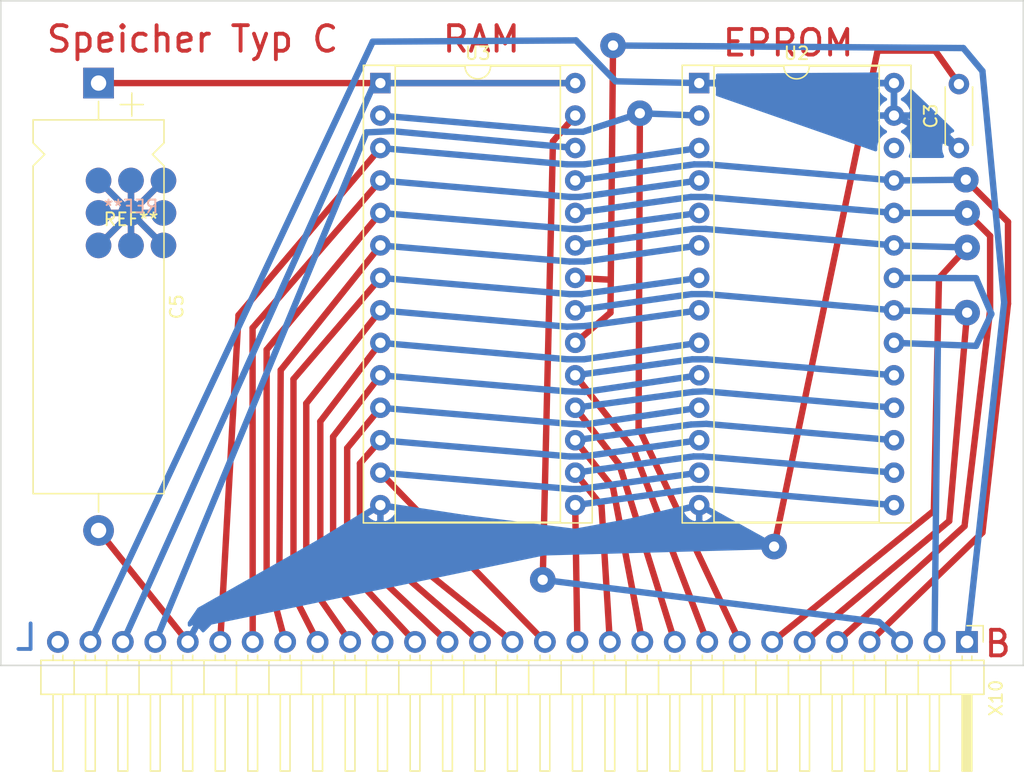
<source format=kicad_pcb>
(kicad_pcb (version 20171130) (host pcbnew 5.1.10)

  (general
    (thickness 1.6)
    (drawings 9)
    (tracks 171)
    (zones 0)
    (modules 7)
    (nets 32)
  )

  (page A4)
  (title_block
    (title "Speichermodul Typ B")
    (date 29.11.21)
    (rev 1)
    (company Jugend+Technik)
    (comment 1 Bert)
  )

  (layers
    (0 F.Cu signal)
    (31 B.Cu signal)
    (32 B.Adhes user)
    (33 F.Adhes user)
    (34 B.Paste user)
    (35 F.Paste user)
    (36 B.SilkS user)
    (37 F.SilkS user)
    (38 B.Mask user)
    (39 F.Mask user)
    (40 Dwgs.User user)
    (41 Cmts.User user)
    (42 Eco1.User user)
    (43 Eco2.User user)
    (44 Edge.Cuts user)
    (45 Margin user)
    (46 B.CrtYd user)
    (47 F.CrtYd user)
    (48 B.Fab user)
    (49 F.Fab user)
  )

  (setup
    (last_trace_width 0.5)
    (trace_clearance 0.2)
    (zone_clearance 0.508)
    (zone_45_only no)
    (trace_min 0.2)
    (via_size 2)
    (via_drill 0.8)
    (via_min_size 0.4)
    (via_min_drill 0.3)
    (uvia_size 0.3)
    (uvia_drill 0.1)
    (uvias_allowed no)
    (uvia_min_size 0.2)
    (uvia_min_drill 0.1)
    (edge_width 0.12)
    (segment_width 0.12)
    (pcb_text_width 0.3)
    (pcb_text_size 1.5 1.5)
    (mod_edge_width 0.12)
    (mod_text_size 1 1)
    (mod_text_width 0.15)
    (pad_size 1.524 1.524)
    (pad_drill 0.762)
    (pad_to_mask_clearance 0)
    (aux_axis_origin 0 0)
    (visible_elements FFFFFF7F)
    (pcbplotparams
      (layerselection 0x01000_ffffffff)
      (usegerberextensions false)
      (usegerberattributes true)
      (usegerberadvancedattributes true)
      (creategerberjobfile false)
      (excludeedgelayer true)
      (linewidth 0.100000)
      (plotframeref false)
      (viasonmask false)
      (mode 1)
      (useauxorigin false)
      (hpglpennumber 1)
      (hpglpenspeed 20)
      (hpglpendiameter 15.000000)
      (psnegative false)
      (psa4output false)
      (plotreference true)
      (plotvalue true)
      (plotinvisibletext false)
      (padsonsilk false)
      (subtractmaskfromsilk false)
      (outputformat 1)
      (mirror false)
      (drillshape 0)
      (scaleselection 1)
      (outputdirectory "output_gerber"))
  )

  (net 0 "")
  (net 1 GND)
  (net 2 +5P)
  (net 3 /A8)
  (net 4 /D2)
  (net 5 /A9)
  (net 6 /D1)
  (net 7 /D0)
  (net 8 /A0)
  (net 9 /A10)
  (net 10 /A1)
  (net 11 /A2)
  (net 12 /D7)
  (net 13 /A3)
  (net 14 /D6)
  (net 15 /A4)
  (net 16 /D5)
  (net 17 /A5)
  (net 18 /D4)
  (net 19 /A6)
  (net 20 /D3)
  (net 21 /A7)
  (net 22 R~W)
  (net 23 /~CSA)
  (net 24 /A12)
  (net 25 /A11)
  (net 26 "Net-(X10-Pad29)")
  (net 27 U2)
  (net 28 U1)
  (net 29 "Net-(U2-Pad26)")
  (net 30 /~CSB)
  (net 31 "Net-(U3-Pad1)")

  (net_class Default "Dies ist die voreingestellte Netzklasse."
    (clearance 0.2)
    (trace_width 0.5)
    (via_dia 2)
    (via_drill 0.8)
    (uvia_dia 0.3)
    (uvia_drill 0.1)
    (add_net +5P)
    (add_net /A0)
    (add_net /A1)
    (add_net /A10)
    (add_net /A11)
    (add_net /A12)
    (add_net /A2)
    (add_net /A3)
    (add_net /A4)
    (add_net /A5)
    (add_net /A6)
    (add_net /A7)
    (add_net /A8)
    (add_net /A9)
    (add_net /D0)
    (add_net /D1)
    (add_net /D2)
    (add_net /D3)
    (add_net /D4)
    (add_net /D5)
    (add_net /D6)
    (add_net /D7)
    (add_net /~CSA)
    (add_net /~CSB)
    (add_net GND)
    (add_net "Net-(U2-Pad26)")
    (add_net "Net-(U3-Pad1)")
    (add_net "Net-(X10-Pad29)")
    (add_net R~W)
    (add_net U1)
    (add_net U2)
  )

  (module Capacitor_THT:CP_Axial_L29.0mm_D10.0mm_P35.00mm_Horizontal (layer F.Cu) (tedit 5AE50EF2) (tstamp 61A6DB0F)
    (at 120.65 91.44 270)
    (descr "CP, Axial series, Axial, Horizontal, pin pitch=35mm, , length*diameter=29*10mm^2, Electrolytic Capacitor, , http://www.kemet.com/Lists/ProductCatalog/Attachments/424/KEM_AC102.pdf")
    (tags "CP Axial series Axial Horizontal pin pitch 35mm  length 29mm diameter 10mm Electrolytic Capacitor")
    (path /61B6BDEA)
    (fp_text reference C5 (at 17.5 -6.12 90) (layer F.SilkS)
      (effects (font (size 1 1) (thickness 0.15)))
    )
    (fp_text value 220µF/10V (at 17.5 6.12 90) (layer F.Fab)
      (effects (font (size 1 1) (thickness 0.15)))
    )
    (fp_text user %R (at 17.5 0 90) (layer F.Fab)
      (effects (font (size 1 1) (thickness 0.15)))
    )
    (fp_line (start 3 -5) (end 3 5) (layer F.Fab) (width 0.1))
    (fp_line (start 32 -5) (end 32 5) (layer F.Fab) (width 0.1))
    (fp_line (start 3 -5) (end 4.68 -5) (layer F.Fab) (width 0.1))
    (fp_line (start 4.68 -5) (end 5.58 -4.1) (layer F.Fab) (width 0.1))
    (fp_line (start 5.58 -4.1) (end 6.48 -5) (layer F.Fab) (width 0.1))
    (fp_line (start 6.48 -5) (end 32 -5) (layer F.Fab) (width 0.1))
    (fp_line (start 3 5) (end 4.68 5) (layer F.Fab) (width 0.1))
    (fp_line (start 4.68 5) (end 5.58 4.1) (layer F.Fab) (width 0.1))
    (fp_line (start 5.58 4.1) (end 6.48 5) (layer F.Fab) (width 0.1))
    (fp_line (start 6.48 5) (end 32 5) (layer F.Fab) (width 0.1))
    (fp_line (start 0 0) (end 3 0) (layer F.Fab) (width 0.1))
    (fp_line (start 35 0) (end 32 0) (layer F.Fab) (width 0.1))
    (fp_line (start 4.7 0) (end 6.5 0) (layer F.Fab) (width 0.1))
    (fp_line (start 5.6 -0.9) (end 5.6 0.9) (layer F.Fab) (width 0.1))
    (fp_line (start 0.78 -2.6) (end 2.58 -2.6) (layer F.SilkS) (width 0.12))
    (fp_line (start 1.68 -3.5) (end 1.68 -1.7) (layer F.SilkS) (width 0.12))
    (fp_line (start 2.88 -5.12) (end 2.88 5.12) (layer F.SilkS) (width 0.12))
    (fp_line (start 32.12 -5.12) (end 32.12 5.12) (layer F.SilkS) (width 0.12))
    (fp_line (start 2.88 -5.12) (end 4.68 -5.12) (layer F.SilkS) (width 0.12))
    (fp_line (start 4.68 -5.12) (end 5.58 -4.22) (layer F.SilkS) (width 0.12))
    (fp_line (start 5.58 -4.22) (end 6.48 -5.12) (layer F.SilkS) (width 0.12))
    (fp_line (start 6.48 -5.12) (end 32.12 -5.12) (layer F.SilkS) (width 0.12))
    (fp_line (start 2.88 5.12) (end 4.68 5.12) (layer F.SilkS) (width 0.12))
    (fp_line (start 4.68 5.12) (end 5.58 4.22) (layer F.SilkS) (width 0.12))
    (fp_line (start 5.58 4.22) (end 6.48 5.12) (layer F.SilkS) (width 0.12))
    (fp_line (start 6.48 5.12) (end 32.12 5.12) (layer F.SilkS) (width 0.12))
    (fp_line (start 1.44 0) (end 2.88 0) (layer F.SilkS) (width 0.12))
    (fp_line (start 33.56 0) (end 32.12 0) (layer F.SilkS) (width 0.12))
    (fp_line (start -1.45 -5.25) (end -1.45 5.25) (layer F.CrtYd) (width 0.05))
    (fp_line (start -1.45 5.25) (end 36.45 5.25) (layer F.CrtYd) (width 0.05))
    (fp_line (start 36.45 5.25) (end 36.45 -5.25) (layer F.CrtYd) (width 0.05))
    (fp_line (start 36.45 -5.25) (end -1.45 -5.25) (layer F.CrtYd) (width 0.05))
    (pad 2 thru_hole oval (at 35 0 270) (size 2.4 2.4) (drill 1.2) (layers *.Cu *.Mask)
      (net 1 GND))
    (pad 1 thru_hole rect (at 0 0 270) (size 2.4 2.4) (drill 1.2) (layers *.Cu *.Mask)
      (net 27 U2))
    (model ${KISYS3DMOD}/Capacitor_THT.3dshapes/CP_Axial_L29.0mm_D10.0mm_P35.00mm_Horizontal.wrl
      (at (xyz 0 0 0))
      (scale (xyz 1 1 1))
      (rotate (xyz 0 0 0))
    )
  )

  (module Capacitor_THT:C_Disc_D4.3mm_W1.9mm_P5.00mm (layer F.Cu) (tedit 5AE50EF0) (tstamp 61A5BB89)
    (at 187.96 96.52 90)
    (descr "C, Disc series, Radial, pin pitch=5.00mm, , diameter*width=4.3*1.9mm^2, Capacitor, http://www.vishay.com/docs/45233/krseries.pdf")
    (tags "C Disc series Radial pin pitch 5.00mm  diameter 4.3mm width 1.9mm Capacitor")
    (path /61A96E83)
    (fp_text reference C3 (at 2.5 -2.2 90) (layer F.SilkS)
      (effects (font (size 1 1) (thickness 0.15)))
    )
    (fp_text value 33nF (at 2.5 2.2 90) (layer F.Fab)
      (effects (font (size 1 1) (thickness 0.15)))
    )
    (fp_line (start 6.05 -1.2) (end -1.05 -1.2) (layer F.CrtYd) (width 0.05))
    (fp_line (start 6.05 1.2) (end 6.05 -1.2) (layer F.CrtYd) (width 0.05))
    (fp_line (start -1.05 1.2) (end 6.05 1.2) (layer F.CrtYd) (width 0.05))
    (fp_line (start -1.05 -1.2) (end -1.05 1.2) (layer F.CrtYd) (width 0.05))
    (fp_line (start 4.77 1.055) (end 4.77 1.07) (layer F.SilkS) (width 0.12))
    (fp_line (start 4.77 -1.07) (end 4.77 -1.055) (layer F.SilkS) (width 0.12))
    (fp_line (start 0.23 1.055) (end 0.23 1.07) (layer F.SilkS) (width 0.12))
    (fp_line (start 0.23 -1.07) (end 0.23 -1.055) (layer F.SilkS) (width 0.12))
    (fp_line (start 0.23 1.07) (end 4.77 1.07) (layer F.SilkS) (width 0.12))
    (fp_line (start 0.23 -1.07) (end 4.77 -1.07) (layer F.SilkS) (width 0.12))
    (fp_line (start 4.65 -0.95) (end 0.35 -0.95) (layer F.Fab) (width 0.1))
    (fp_line (start 4.65 0.95) (end 4.65 -0.95) (layer F.Fab) (width 0.1))
    (fp_line (start 0.35 0.95) (end 4.65 0.95) (layer F.Fab) (width 0.1))
    (fp_line (start 0.35 -0.95) (end 0.35 0.95) (layer F.Fab) (width 0.1))
    (fp_text user %R (at 2.5 0 90) (layer F.Fab)
      (effects (font (size 0.86 0.86) (thickness 0.129)))
    )
    (pad 2 thru_hole circle (at 5 0 90) (size 1.6 1.6) (drill 0.8) (layers *.Cu *.Mask)
      (net 1 GND))
    (pad 1 thru_hole circle (at 0 0 90) (size 1.6 1.6) (drill 0.8) (layers *.Cu *.Mask)
      (net 2 +5P))
    (model ${KISYS3DMOD}/Capacitor_THT.3dshapes/C_Disc_D4.3mm_W1.9mm_P5.00mm.wrl
      (at (xyz 0 0 0))
      (scale (xyz 1 1 1))
      (rotate (xyz 0 0 0))
    )
  )

  (module Tiny2k_Bauteile:jute_pcb_logo (layer F.Cu) (tedit 61A4582B) (tstamp 61A631EE)
    (at 123.19 101.6)
    (fp_text reference REF** (at 0 0.5) (layer F.SilkS)
      (effects (font (size 1 1) (thickness 0.15)))
    )
    (fp_text value jute_pcb_logo (at 0 -0.5) (layer F.Fab)
      (effects (font (size 1 1) (thickness 0.15)))
    )
    (pad 2 smd rect (at 0 0 135) (size 0.5 7) (layers F.Cu F.Paste F.Mask))
    (pad 2 smd rect (at 0 0 45) (size 0.5 7) (layers F.Cu F.Paste F.Mask))
    (pad 2 smd rect (at 0 0 90) (size 0.5 5.08) (layers F.Cu F.Paste F.Mask))
    (pad 2 smd rect (at 0 0) (size 0.5 5.08) (layers F.Cu F.Paste F.Mask))
    (pad 1 smd circle (at -2.54 0) (size 2 2) (layers F.Cu F.Paste F.Mask))
    (pad 1 smd circle (at -2.54 2.54) (size 2 2) (layers F.Cu F.Paste F.Mask))
    (pad 1 smd circle (at 0 2.54) (size 2 2) (layers F.Cu F.Paste F.Mask))
    (pad 1 smd circle (at 2.54 2.54) (size 2 2) (layers F.Cu F.Paste F.Mask))
    (pad 1 smd circle (at 2.54 0) (size 2 2) (layers F.Cu F.Paste F.Mask))
    (pad 1 smd circle (at 2.54 -2.54) (size 2 2) (layers F.Cu F.Paste F.Mask))
    (pad 1 smd circle (at 0 -2.54) (size 2 2) (layers F.Cu F.Paste F.Mask))
    (pad 1 smd circle (at -2.54 -2.54) (size 2 2) (layers F.Cu F.Paste F.Mask))
    (pad 1 smd circle (at 0 0) (size 2 2) (layers F.Cu F.Paste F.Mask))
  )

  (module Tiny2k_Bauteile:jute_pcb_logo (layer B.Cu) (tedit 61A4582B) (tstamp 61A63243)
    (at 123.19 101.6)
    (fp_text reference REF** (at 0 -0.5) (layer B.SilkS)
      (effects (font (size 1 1) (thickness 0.15)) (justify mirror))
    )
    (fp_text value jute_pcb_logo (at 0 0.5) (layer B.Fab)
      (effects (font (size 1 1) (thickness 0.15)) (justify mirror))
    )
    (pad 2 smd rect (at 0 0 225) (size 0.5 7) (layers B.Cu B.Paste B.Mask))
    (pad 2 smd rect (at 0 0 315) (size 0.5 7) (layers B.Cu B.Paste B.Mask))
    (pad 2 smd rect (at 0 0 270) (size 0.5 5.08) (layers B.Cu B.Paste B.Mask))
    (pad 2 smd rect (at 0 0) (size 0.5 5.08) (layers B.Cu B.Paste B.Mask))
    (pad 1 smd circle (at -2.54 0) (size 2 2) (layers B.Cu B.Paste B.Mask))
    (pad 1 smd circle (at -2.54 -2.54) (size 2 2) (layers B.Cu B.Paste B.Mask))
    (pad 1 smd circle (at 0 -2.54) (size 2 2) (layers B.Cu B.Paste B.Mask))
    (pad 1 smd circle (at 2.54 -2.54) (size 2 2) (layers B.Cu B.Paste B.Mask))
    (pad 1 smd circle (at 2.54 0) (size 2 2) (layers B.Cu B.Paste B.Mask))
    (pad 1 smd circle (at 2.54 2.54) (size 2 2) (layers B.Cu B.Paste B.Mask))
    (pad 1 smd circle (at 0 2.54) (size 2 2) (layers B.Cu B.Paste B.Mask))
    (pad 1 smd circle (at -2.54 2.54) (size 2 2) (layers B.Cu B.Paste B.Mask))
    (pad 1 smd circle (at 0 0) (size 2 2) (layers B.Cu B.Paste B.Mask))
  )

  (module Package_DIP:DIP-28_W15.24mm_Socket (layer F.Cu) (tedit 5A02E8C5) (tstamp 61A6554E)
    (at 142.7 91.44)
    (descr "28-lead though-hole mounted DIP package, row spacing 15.24 mm (600 mils), Socket")
    (tags "THT DIP DIL PDIP 2.54mm 15.24mm 600mil Socket")
    (path /61A63070)
    (fp_text reference U3 (at 7.62 -2.33) (layer F.SilkS)
      (effects (font (size 1 1) (thickness 0.15)))
    )
    (fp_text value U6264D (at 7.62 35.35) (layer F.Fab)
      (effects (font (size 1 1) (thickness 0.15)))
    )
    (fp_text user %R (at 7.62 16.51) (layer F.Fab)
      (effects (font (size 1 1) (thickness 0.15)))
    )
    (fp_arc (start 7.62 -1.33) (end 6.62 -1.33) (angle -180) (layer F.SilkS) (width 0.12))
    (fp_line (start 1.255 -1.27) (end 14.985 -1.27) (layer F.Fab) (width 0.1))
    (fp_line (start 14.985 -1.27) (end 14.985 34.29) (layer F.Fab) (width 0.1))
    (fp_line (start 14.985 34.29) (end 0.255 34.29) (layer F.Fab) (width 0.1))
    (fp_line (start 0.255 34.29) (end 0.255 -0.27) (layer F.Fab) (width 0.1))
    (fp_line (start 0.255 -0.27) (end 1.255 -1.27) (layer F.Fab) (width 0.1))
    (fp_line (start -1.27 -1.33) (end -1.27 34.35) (layer F.Fab) (width 0.1))
    (fp_line (start -1.27 34.35) (end 16.51 34.35) (layer F.Fab) (width 0.1))
    (fp_line (start 16.51 34.35) (end 16.51 -1.33) (layer F.Fab) (width 0.1))
    (fp_line (start 16.51 -1.33) (end -1.27 -1.33) (layer F.Fab) (width 0.1))
    (fp_line (start 6.62 -1.33) (end 1.16 -1.33) (layer F.SilkS) (width 0.12))
    (fp_line (start 1.16 -1.33) (end 1.16 34.35) (layer F.SilkS) (width 0.12))
    (fp_line (start 1.16 34.35) (end 14.08 34.35) (layer F.SilkS) (width 0.12))
    (fp_line (start 14.08 34.35) (end 14.08 -1.33) (layer F.SilkS) (width 0.12))
    (fp_line (start 14.08 -1.33) (end 8.62 -1.33) (layer F.SilkS) (width 0.12))
    (fp_line (start -1.33 -1.39) (end -1.33 34.41) (layer F.SilkS) (width 0.12))
    (fp_line (start -1.33 34.41) (end 16.57 34.41) (layer F.SilkS) (width 0.12))
    (fp_line (start 16.57 34.41) (end 16.57 -1.39) (layer F.SilkS) (width 0.12))
    (fp_line (start 16.57 -1.39) (end -1.33 -1.39) (layer F.SilkS) (width 0.12))
    (fp_line (start -1.55 -1.6) (end -1.55 34.65) (layer F.CrtYd) (width 0.05))
    (fp_line (start -1.55 34.65) (end 16.8 34.65) (layer F.CrtYd) (width 0.05))
    (fp_line (start 16.8 34.65) (end 16.8 -1.6) (layer F.CrtYd) (width 0.05))
    (fp_line (start 16.8 -1.6) (end -1.55 -1.6) (layer F.CrtYd) (width 0.05))
    (pad 28 thru_hole oval (at 15.24 0) (size 1.6 1.6) (drill 0.8) (layers *.Cu *.Mask)
      (net 27 U2))
    (pad 14 thru_hole oval (at 0 33.02) (size 1.6 1.6) (drill 0.8) (layers *.Cu *.Mask)
      (net 1 GND))
    (pad 27 thru_hole oval (at 15.24 2.54) (size 1.6 1.6) (drill 0.8) (layers *.Cu *.Mask)
      (net 22 R~W))
    (pad 13 thru_hole oval (at 0 30.48) (size 1.6 1.6) (drill 0.8) (layers *.Cu *.Mask)
      (net 4 /D2))
    (pad 26 thru_hole oval (at 15.24 5.08) (size 1.6 1.6) (drill 0.8) (layers *.Cu *.Mask)
      (net 28 U1))
    (pad 12 thru_hole oval (at 0 27.94) (size 1.6 1.6) (drill 0.8) (layers *.Cu *.Mask)
      (net 6 /D1))
    (pad 25 thru_hole oval (at 15.24 7.62) (size 1.6 1.6) (drill 0.8) (layers *.Cu *.Mask)
      (net 3 /A8))
    (pad 11 thru_hole oval (at 0 25.4) (size 1.6 1.6) (drill 0.8) (layers *.Cu *.Mask)
      (net 7 /D0))
    (pad 24 thru_hole oval (at 15.24 10.16) (size 1.6 1.6) (drill 0.8) (layers *.Cu *.Mask)
      (net 5 /A9))
    (pad 10 thru_hole oval (at 0 22.86) (size 1.6 1.6) (drill 0.8) (layers *.Cu *.Mask)
      (net 8 /A0))
    (pad 23 thru_hole oval (at 15.24 12.7) (size 1.6 1.6) (drill 0.8) (layers *.Cu *.Mask)
      (net 25 /A11))
    (pad 9 thru_hole oval (at 0 20.32) (size 1.6 1.6) (drill 0.8) (layers *.Cu *.Mask)
      (net 10 /A1))
    (pad 22 thru_hole oval (at 15.24 15.24) (size 1.6 1.6) (drill 0.8) (layers *.Cu *.Mask)
      (net 23 /~CSA))
    (pad 8 thru_hole oval (at 0 17.78) (size 1.6 1.6) (drill 0.8) (layers *.Cu *.Mask)
      (net 11 /A2))
    (pad 21 thru_hole oval (at 15.24 17.78) (size 1.6 1.6) (drill 0.8) (layers *.Cu *.Mask)
      (net 9 /A10))
    (pad 7 thru_hole oval (at 0 15.24) (size 1.6 1.6) (drill 0.8) (layers *.Cu *.Mask)
      (net 13 /A3))
    (pad 20 thru_hole oval (at 15.24 20.32) (size 1.6 1.6) (drill 0.8) (layers *.Cu *.Mask)
      (net 23 /~CSA))
    (pad 6 thru_hole oval (at 0 12.7) (size 1.6 1.6) (drill 0.8) (layers *.Cu *.Mask)
      (net 15 /A4))
    (pad 19 thru_hole oval (at 15.24 22.86) (size 1.6 1.6) (drill 0.8) (layers *.Cu *.Mask)
      (net 12 /D7))
    (pad 5 thru_hole oval (at 0 10.16) (size 1.6 1.6) (drill 0.8) (layers *.Cu *.Mask)
      (net 17 /A5))
    (pad 18 thru_hole oval (at 15.24 25.4) (size 1.6 1.6) (drill 0.8) (layers *.Cu *.Mask)
      (net 14 /D6))
    (pad 4 thru_hole oval (at 0 7.62) (size 1.6 1.6) (drill 0.8) (layers *.Cu *.Mask)
      (net 19 /A6))
    (pad 17 thru_hole oval (at 15.24 27.94) (size 1.6 1.6) (drill 0.8) (layers *.Cu *.Mask)
      (net 16 /D5))
    (pad 3 thru_hole oval (at 0 5.08) (size 1.6 1.6) (drill 0.8) (layers *.Cu *.Mask)
      (net 21 /A7))
    (pad 16 thru_hole oval (at 15.24 30.48) (size 1.6 1.6) (drill 0.8) (layers *.Cu *.Mask)
      (net 18 /D4))
    (pad 2 thru_hole oval (at 0 2.54) (size 1.6 1.6) (drill 0.8) (layers *.Cu *.Mask)
      (net 24 /A12))
    (pad 15 thru_hole oval (at 15.24 33.02) (size 1.6 1.6) (drill 0.8) (layers *.Cu *.Mask)
      (net 20 /D3))
    (pad 1 thru_hole rect (at 0 0) (size 1.6 1.6) (drill 0.8) (layers *.Cu *.Mask)
      (net 31 "Net-(U3-Pad1)"))
    (model ${KISYS3DMOD}/Package_DIP.3dshapes/DIP-28_W15.24mm_Socket.wrl
      (at (xyz 0 0 0))
      (scale (xyz 1 1 1))
      (rotate (xyz 0 0 0))
    )
  )

  (module Package_DIP:DIP-28_W15.24mm_Socket (layer F.Cu) (tedit 5A02E8C5) (tstamp 61A65516)
    (at 167.64 91.44)
    (descr "28-lead though-hole mounted DIP package, row spacing 15.24 mm (600 mils), Socket")
    (tags "THT DIP DIL PDIP 2.54mm 15.24mm 600mil Socket")
    (path /61A8DD40)
    (fp_text reference U2 (at 7.62 -2.33) (layer F.SilkS)
      (effects (font (size 1 1) (thickness 0.15)))
    )
    (fp_text value "U2764 (U2716)" (at 7.62 35.35) (layer F.Fab)
      (effects (font (size 1 1) (thickness 0.15)))
    )
    (fp_text user %R (at 7.62 16.51) (layer F.Fab)
      (effects (font (size 1 1) (thickness 0.15)))
    )
    (fp_arc (start 7.62 -1.33) (end 6.62 -1.33) (angle -180) (layer F.SilkS) (width 0.12))
    (fp_line (start 1.255 -1.27) (end 14.985 -1.27) (layer F.Fab) (width 0.1))
    (fp_line (start 14.985 -1.27) (end 14.985 34.29) (layer F.Fab) (width 0.1))
    (fp_line (start 14.985 34.29) (end 0.255 34.29) (layer F.Fab) (width 0.1))
    (fp_line (start 0.255 34.29) (end 0.255 -0.27) (layer F.Fab) (width 0.1))
    (fp_line (start 0.255 -0.27) (end 1.255 -1.27) (layer F.Fab) (width 0.1))
    (fp_line (start -1.27 -1.33) (end -1.27 34.35) (layer F.Fab) (width 0.1))
    (fp_line (start -1.27 34.35) (end 16.51 34.35) (layer F.Fab) (width 0.1))
    (fp_line (start 16.51 34.35) (end 16.51 -1.33) (layer F.Fab) (width 0.1))
    (fp_line (start 16.51 -1.33) (end -1.27 -1.33) (layer F.Fab) (width 0.1))
    (fp_line (start 6.62 -1.33) (end 1.16 -1.33) (layer F.SilkS) (width 0.12))
    (fp_line (start 1.16 -1.33) (end 1.16 34.35) (layer F.SilkS) (width 0.12))
    (fp_line (start 1.16 34.35) (end 14.08 34.35) (layer F.SilkS) (width 0.12))
    (fp_line (start 14.08 34.35) (end 14.08 -1.33) (layer F.SilkS) (width 0.12))
    (fp_line (start 14.08 -1.33) (end 8.62 -1.33) (layer F.SilkS) (width 0.12))
    (fp_line (start -1.33 -1.39) (end -1.33 34.41) (layer F.SilkS) (width 0.12))
    (fp_line (start -1.33 34.41) (end 16.57 34.41) (layer F.SilkS) (width 0.12))
    (fp_line (start 16.57 34.41) (end 16.57 -1.39) (layer F.SilkS) (width 0.12))
    (fp_line (start 16.57 -1.39) (end -1.33 -1.39) (layer F.SilkS) (width 0.12))
    (fp_line (start -1.55 -1.6) (end -1.55 34.65) (layer F.CrtYd) (width 0.05))
    (fp_line (start -1.55 34.65) (end 16.8 34.65) (layer F.CrtYd) (width 0.05))
    (fp_line (start 16.8 34.65) (end 16.8 -1.6) (layer F.CrtYd) (width 0.05))
    (fp_line (start 16.8 -1.6) (end -1.55 -1.6) (layer F.CrtYd) (width 0.05))
    (pad 28 thru_hole oval (at 15.24 0) (size 1.6 1.6) (drill 0.8) (layers *.Cu *.Mask)
      (net 2 +5P))
    (pad 14 thru_hole oval (at 0 33.02) (size 1.6 1.6) (drill 0.8) (layers *.Cu *.Mask)
      (net 1 GND))
    (pad 27 thru_hole oval (at 15.24 2.54) (size 1.6 1.6) (drill 0.8) (layers *.Cu *.Mask)
      (net 2 +5P))
    (pad 13 thru_hole oval (at 0 30.48) (size 1.6 1.6) (drill 0.8) (layers *.Cu *.Mask)
      (net 4 /D2))
    (pad 26 thru_hole oval (at 15.24 5.08) (size 1.6 1.6) (drill 0.8) (layers *.Cu *.Mask)
      (net 29 "Net-(U2-Pad26)"))
    (pad 12 thru_hole oval (at 0 27.94) (size 1.6 1.6) (drill 0.8) (layers *.Cu *.Mask)
      (net 6 /D1))
    (pad 25 thru_hole oval (at 15.24 7.62) (size 1.6 1.6) (drill 0.8) (layers *.Cu *.Mask)
      (net 3 /A8))
    (pad 11 thru_hole oval (at 0 25.4) (size 1.6 1.6) (drill 0.8) (layers *.Cu *.Mask)
      (net 7 /D0))
    (pad 24 thru_hole oval (at 15.24 10.16) (size 1.6 1.6) (drill 0.8) (layers *.Cu *.Mask)
      (net 5 /A9))
    (pad 10 thru_hole oval (at 0 22.86) (size 1.6 1.6) (drill 0.8) (layers *.Cu *.Mask)
      (net 8 /A0))
    (pad 23 thru_hole oval (at 15.24 12.7) (size 1.6 1.6) (drill 0.8) (layers *.Cu *.Mask)
      (net 25 /A11))
    (pad 9 thru_hole oval (at 0 20.32) (size 1.6 1.6) (drill 0.8) (layers *.Cu *.Mask)
      (net 10 /A1))
    (pad 22 thru_hole oval (at 15.24 15.24) (size 1.6 1.6) (drill 0.8) (layers *.Cu *.Mask)
      (net 30 /~CSB))
    (pad 8 thru_hole oval (at 0 17.78) (size 1.6 1.6) (drill 0.8) (layers *.Cu *.Mask)
      (net 11 /A2))
    (pad 21 thru_hole oval (at 15.24 17.78) (size 1.6 1.6) (drill 0.8) (layers *.Cu *.Mask)
      (net 9 /A10))
    (pad 7 thru_hole oval (at 0 15.24) (size 1.6 1.6) (drill 0.8) (layers *.Cu *.Mask)
      (net 13 /A3))
    (pad 20 thru_hole oval (at 15.24 20.32) (size 1.6 1.6) (drill 0.8) (layers *.Cu *.Mask)
      (net 30 /~CSB))
    (pad 6 thru_hole oval (at 0 12.7) (size 1.6 1.6) (drill 0.8) (layers *.Cu *.Mask)
      (net 15 /A4))
    (pad 19 thru_hole oval (at 15.24 22.86) (size 1.6 1.6) (drill 0.8) (layers *.Cu *.Mask)
      (net 12 /D7))
    (pad 5 thru_hole oval (at 0 10.16) (size 1.6 1.6) (drill 0.8) (layers *.Cu *.Mask)
      (net 17 /A5))
    (pad 18 thru_hole oval (at 15.24 25.4) (size 1.6 1.6) (drill 0.8) (layers *.Cu *.Mask)
      (net 14 /D6))
    (pad 4 thru_hole oval (at 0 7.62) (size 1.6 1.6) (drill 0.8) (layers *.Cu *.Mask)
      (net 19 /A6))
    (pad 17 thru_hole oval (at 15.24 27.94) (size 1.6 1.6) (drill 0.8) (layers *.Cu *.Mask)
      (net 16 /D5))
    (pad 3 thru_hole oval (at 0 5.08) (size 1.6 1.6) (drill 0.8) (layers *.Cu *.Mask)
      (net 21 /A7))
    (pad 16 thru_hole oval (at 15.24 30.48) (size 1.6 1.6) (drill 0.8) (layers *.Cu *.Mask)
      (net 18 /D4))
    (pad 2 thru_hole oval (at 0 2.54) (size 1.6 1.6) (drill 0.8) (layers *.Cu *.Mask)
      (net 24 /A12))
    (pad 15 thru_hole oval (at 15.24 33.02) (size 1.6 1.6) (drill 0.8) (layers *.Cu *.Mask)
      (net 20 /D3))
    (pad 1 thru_hole rect (at 0 0) (size 1.6 1.6) (drill 0.8) (layers *.Cu *.Mask)
      (net 2 +5P))
    (model ${KISYS3DMOD}/Package_DIP.3dshapes/DIP-28_W15.24mm_Socket.wrl
      (at (xyz 0 0 0))
      (scale (xyz 1 1 1))
      (rotate (xyz 0 0 0))
    )
  )

  (module Connector_PinHeader_2.54mm:PinHeader_1x29_P2.54mm_Horizontal (layer F.Cu) (tedit 59FED5CB) (tstamp 61A57BA9)
    (at 188.59 135.16 270)
    (descr "Through hole angled pin header, 1x29, 2.54mm pitch, 6mm pin length, single row")
    (tags "Through hole angled pin header THT 1x29 2.54mm single row")
    (path /61413EF1)
    (fp_text reference X10 (at 4.385 -2.27 90) (layer F.SilkS)
      (effects (font (size 1 1) (thickness 0.15)))
    )
    (fp_text value Sp.-Modul (at 4.385 73.39 90) (layer F.Fab)
      (effects (font (size 1 1) (thickness 0.15)))
    )
    (fp_line (start 2.135 -1.27) (end 4.04 -1.27) (layer F.Fab) (width 0.1))
    (fp_line (start 4.04 -1.27) (end 4.04 72.39) (layer F.Fab) (width 0.1))
    (fp_line (start 4.04 72.39) (end 1.5 72.39) (layer F.Fab) (width 0.1))
    (fp_line (start 1.5 72.39) (end 1.5 -0.635) (layer F.Fab) (width 0.1))
    (fp_line (start 1.5 -0.635) (end 2.135 -1.27) (layer F.Fab) (width 0.1))
    (fp_line (start -0.32 -0.32) (end 1.5 -0.32) (layer F.Fab) (width 0.1))
    (fp_line (start -0.32 -0.32) (end -0.32 0.32) (layer F.Fab) (width 0.1))
    (fp_line (start -0.32 0.32) (end 1.5 0.32) (layer F.Fab) (width 0.1))
    (fp_line (start 4.04 -0.32) (end 10.04 -0.32) (layer F.Fab) (width 0.1))
    (fp_line (start 10.04 -0.32) (end 10.04 0.32) (layer F.Fab) (width 0.1))
    (fp_line (start 4.04 0.32) (end 10.04 0.32) (layer F.Fab) (width 0.1))
    (fp_line (start -0.32 2.22) (end 1.5 2.22) (layer F.Fab) (width 0.1))
    (fp_line (start -0.32 2.22) (end -0.32 2.86) (layer F.Fab) (width 0.1))
    (fp_line (start -0.32 2.86) (end 1.5 2.86) (layer F.Fab) (width 0.1))
    (fp_line (start 4.04 2.22) (end 10.04 2.22) (layer F.Fab) (width 0.1))
    (fp_line (start 10.04 2.22) (end 10.04 2.86) (layer F.Fab) (width 0.1))
    (fp_line (start 4.04 2.86) (end 10.04 2.86) (layer F.Fab) (width 0.1))
    (fp_line (start -0.32 4.76) (end 1.5 4.76) (layer F.Fab) (width 0.1))
    (fp_line (start -0.32 4.76) (end -0.32 5.4) (layer F.Fab) (width 0.1))
    (fp_line (start -0.32 5.4) (end 1.5 5.4) (layer F.Fab) (width 0.1))
    (fp_line (start 4.04 4.76) (end 10.04 4.76) (layer F.Fab) (width 0.1))
    (fp_line (start 10.04 4.76) (end 10.04 5.4) (layer F.Fab) (width 0.1))
    (fp_line (start 4.04 5.4) (end 10.04 5.4) (layer F.Fab) (width 0.1))
    (fp_line (start -0.32 7.3) (end 1.5 7.3) (layer F.Fab) (width 0.1))
    (fp_line (start -0.32 7.3) (end -0.32 7.94) (layer F.Fab) (width 0.1))
    (fp_line (start -0.32 7.94) (end 1.5 7.94) (layer F.Fab) (width 0.1))
    (fp_line (start 4.04 7.3) (end 10.04 7.3) (layer F.Fab) (width 0.1))
    (fp_line (start 10.04 7.3) (end 10.04 7.94) (layer F.Fab) (width 0.1))
    (fp_line (start 4.04 7.94) (end 10.04 7.94) (layer F.Fab) (width 0.1))
    (fp_line (start -0.32 9.84) (end 1.5 9.84) (layer F.Fab) (width 0.1))
    (fp_line (start -0.32 9.84) (end -0.32 10.48) (layer F.Fab) (width 0.1))
    (fp_line (start -0.32 10.48) (end 1.5 10.48) (layer F.Fab) (width 0.1))
    (fp_line (start 4.04 9.84) (end 10.04 9.84) (layer F.Fab) (width 0.1))
    (fp_line (start 10.04 9.84) (end 10.04 10.48) (layer F.Fab) (width 0.1))
    (fp_line (start 4.04 10.48) (end 10.04 10.48) (layer F.Fab) (width 0.1))
    (fp_line (start -0.32 12.38) (end 1.5 12.38) (layer F.Fab) (width 0.1))
    (fp_line (start -0.32 12.38) (end -0.32 13.02) (layer F.Fab) (width 0.1))
    (fp_line (start -0.32 13.02) (end 1.5 13.02) (layer F.Fab) (width 0.1))
    (fp_line (start 4.04 12.38) (end 10.04 12.38) (layer F.Fab) (width 0.1))
    (fp_line (start 10.04 12.38) (end 10.04 13.02) (layer F.Fab) (width 0.1))
    (fp_line (start 4.04 13.02) (end 10.04 13.02) (layer F.Fab) (width 0.1))
    (fp_line (start -0.32 14.92) (end 1.5 14.92) (layer F.Fab) (width 0.1))
    (fp_line (start -0.32 14.92) (end -0.32 15.56) (layer F.Fab) (width 0.1))
    (fp_line (start -0.32 15.56) (end 1.5 15.56) (layer F.Fab) (width 0.1))
    (fp_line (start 4.04 14.92) (end 10.04 14.92) (layer F.Fab) (width 0.1))
    (fp_line (start 10.04 14.92) (end 10.04 15.56) (layer F.Fab) (width 0.1))
    (fp_line (start 4.04 15.56) (end 10.04 15.56) (layer F.Fab) (width 0.1))
    (fp_line (start -0.32 17.46) (end 1.5 17.46) (layer F.Fab) (width 0.1))
    (fp_line (start -0.32 17.46) (end -0.32 18.1) (layer F.Fab) (width 0.1))
    (fp_line (start -0.32 18.1) (end 1.5 18.1) (layer F.Fab) (width 0.1))
    (fp_line (start 4.04 17.46) (end 10.04 17.46) (layer F.Fab) (width 0.1))
    (fp_line (start 10.04 17.46) (end 10.04 18.1) (layer F.Fab) (width 0.1))
    (fp_line (start 4.04 18.1) (end 10.04 18.1) (layer F.Fab) (width 0.1))
    (fp_line (start -0.32 20) (end 1.5 20) (layer F.Fab) (width 0.1))
    (fp_line (start -0.32 20) (end -0.32 20.64) (layer F.Fab) (width 0.1))
    (fp_line (start -0.32 20.64) (end 1.5 20.64) (layer F.Fab) (width 0.1))
    (fp_line (start 4.04 20) (end 10.04 20) (layer F.Fab) (width 0.1))
    (fp_line (start 10.04 20) (end 10.04 20.64) (layer F.Fab) (width 0.1))
    (fp_line (start 4.04 20.64) (end 10.04 20.64) (layer F.Fab) (width 0.1))
    (fp_line (start -0.32 22.54) (end 1.5 22.54) (layer F.Fab) (width 0.1))
    (fp_line (start -0.32 22.54) (end -0.32 23.18) (layer F.Fab) (width 0.1))
    (fp_line (start -0.32 23.18) (end 1.5 23.18) (layer F.Fab) (width 0.1))
    (fp_line (start 4.04 22.54) (end 10.04 22.54) (layer F.Fab) (width 0.1))
    (fp_line (start 10.04 22.54) (end 10.04 23.18) (layer F.Fab) (width 0.1))
    (fp_line (start 4.04 23.18) (end 10.04 23.18) (layer F.Fab) (width 0.1))
    (fp_line (start -0.32 25.08) (end 1.5 25.08) (layer F.Fab) (width 0.1))
    (fp_line (start -0.32 25.08) (end -0.32 25.72) (layer F.Fab) (width 0.1))
    (fp_line (start -0.32 25.72) (end 1.5 25.72) (layer F.Fab) (width 0.1))
    (fp_line (start 4.04 25.08) (end 10.04 25.08) (layer F.Fab) (width 0.1))
    (fp_line (start 10.04 25.08) (end 10.04 25.72) (layer F.Fab) (width 0.1))
    (fp_line (start 4.04 25.72) (end 10.04 25.72) (layer F.Fab) (width 0.1))
    (fp_line (start -0.32 27.62) (end 1.5 27.62) (layer F.Fab) (width 0.1))
    (fp_line (start -0.32 27.62) (end -0.32 28.26) (layer F.Fab) (width 0.1))
    (fp_line (start -0.32 28.26) (end 1.5 28.26) (layer F.Fab) (width 0.1))
    (fp_line (start 4.04 27.62) (end 10.04 27.62) (layer F.Fab) (width 0.1))
    (fp_line (start 10.04 27.62) (end 10.04 28.26) (layer F.Fab) (width 0.1))
    (fp_line (start 4.04 28.26) (end 10.04 28.26) (layer F.Fab) (width 0.1))
    (fp_line (start -0.32 30.16) (end 1.5 30.16) (layer F.Fab) (width 0.1))
    (fp_line (start -0.32 30.16) (end -0.32 30.8) (layer F.Fab) (width 0.1))
    (fp_line (start -0.32 30.8) (end 1.5 30.8) (layer F.Fab) (width 0.1))
    (fp_line (start 4.04 30.16) (end 10.04 30.16) (layer F.Fab) (width 0.1))
    (fp_line (start 10.04 30.16) (end 10.04 30.8) (layer F.Fab) (width 0.1))
    (fp_line (start 4.04 30.8) (end 10.04 30.8) (layer F.Fab) (width 0.1))
    (fp_line (start -0.32 32.7) (end 1.5 32.7) (layer F.Fab) (width 0.1))
    (fp_line (start -0.32 32.7) (end -0.32 33.34) (layer F.Fab) (width 0.1))
    (fp_line (start -0.32 33.34) (end 1.5 33.34) (layer F.Fab) (width 0.1))
    (fp_line (start 4.04 32.7) (end 10.04 32.7) (layer F.Fab) (width 0.1))
    (fp_line (start 10.04 32.7) (end 10.04 33.34) (layer F.Fab) (width 0.1))
    (fp_line (start 4.04 33.34) (end 10.04 33.34) (layer F.Fab) (width 0.1))
    (fp_line (start -0.32 35.24) (end 1.5 35.24) (layer F.Fab) (width 0.1))
    (fp_line (start -0.32 35.24) (end -0.32 35.88) (layer F.Fab) (width 0.1))
    (fp_line (start -0.32 35.88) (end 1.5 35.88) (layer F.Fab) (width 0.1))
    (fp_line (start 4.04 35.24) (end 10.04 35.24) (layer F.Fab) (width 0.1))
    (fp_line (start 10.04 35.24) (end 10.04 35.88) (layer F.Fab) (width 0.1))
    (fp_line (start 4.04 35.88) (end 10.04 35.88) (layer F.Fab) (width 0.1))
    (fp_line (start -0.32 37.78) (end 1.5 37.78) (layer F.Fab) (width 0.1))
    (fp_line (start -0.32 37.78) (end -0.32 38.42) (layer F.Fab) (width 0.1))
    (fp_line (start -0.32 38.42) (end 1.5 38.42) (layer F.Fab) (width 0.1))
    (fp_line (start 4.04 37.78) (end 10.04 37.78) (layer F.Fab) (width 0.1))
    (fp_line (start 10.04 37.78) (end 10.04 38.42) (layer F.Fab) (width 0.1))
    (fp_line (start 4.04 38.42) (end 10.04 38.42) (layer F.Fab) (width 0.1))
    (fp_line (start -0.32 40.32) (end 1.5 40.32) (layer F.Fab) (width 0.1))
    (fp_line (start -0.32 40.32) (end -0.32 40.96) (layer F.Fab) (width 0.1))
    (fp_line (start -0.32 40.96) (end 1.5 40.96) (layer F.Fab) (width 0.1))
    (fp_line (start 4.04 40.32) (end 10.04 40.32) (layer F.Fab) (width 0.1))
    (fp_line (start 10.04 40.32) (end 10.04 40.96) (layer F.Fab) (width 0.1))
    (fp_line (start 4.04 40.96) (end 10.04 40.96) (layer F.Fab) (width 0.1))
    (fp_line (start -0.32 42.86) (end 1.5 42.86) (layer F.Fab) (width 0.1))
    (fp_line (start -0.32 42.86) (end -0.32 43.5) (layer F.Fab) (width 0.1))
    (fp_line (start -0.32 43.5) (end 1.5 43.5) (layer F.Fab) (width 0.1))
    (fp_line (start 4.04 42.86) (end 10.04 42.86) (layer F.Fab) (width 0.1))
    (fp_line (start 10.04 42.86) (end 10.04 43.5) (layer F.Fab) (width 0.1))
    (fp_line (start 4.04 43.5) (end 10.04 43.5) (layer F.Fab) (width 0.1))
    (fp_line (start -0.32 45.4) (end 1.5 45.4) (layer F.Fab) (width 0.1))
    (fp_line (start -0.32 45.4) (end -0.32 46.04) (layer F.Fab) (width 0.1))
    (fp_line (start -0.32 46.04) (end 1.5 46.04) (layer F.Fab) (width 0.1))
    (fp_line (start 4.04 45.4) (end 10.04 45.4) (layer F.Fab) (width 0.1))
    (fp_line (start 10.04 45.4) (end 10.04 46.04) (layer F.Fab) (width 0.1))
    (fp_line (start 4.04 46.04) (end 10.04 46.04) (layer F.Fab) (width 0.1))
    (fp_line (start -0.32 47.94) (end 1.5 47.94) (layer F.Fab) (width 0.1))
    (fp_line (start -0.32 47.94) (end -0.32 48.58) (layer F.Fab) (width 0.1))
    (fp_line (start -0.32 48.58) (end 1.5 48.58) (layer F.Fab) (width 0.1))
    (fp_line (start 4.04 47.94) (end 10.04 47.94) (layer F.Fab) (width 0.1))
    (fp_line (start 10.04 47.94) (end 10.04 48.58) (layer F.Fab) (width 0.1))
    (fp_line (start 4.04 48.58) (end 10.04 48.58) (layer F.Fab) (width 0.1))
    (fp_line (start -0.32 50.48) (end 1.5 50.48) (layer F.Fab) (width 0.1))
    (fp_line (start -0.32 50.48) (end -0.32 51.12) (layer F.Fab) (width 0.1))
    (fp_line (start -0.32 51.12) (end 1.5 51.12) (layer F.Fab) (width 0.1))
    (fp_line (start 4.04 50.48) (end 10.04 50.48) (layer F.Fab) (width 0.1))
    (fp_line (start 10.04 50.48) (end 10.04 51.12) (layer F.Fab) (width 0.1))
    (fp_line (start 4.04 51.12) (end 10.04 51.12) (layer F.Fab) (width 0.1))
    (fp_line (start -0.32 53.02) (end 1.5 53.02) (layer F.Fab) (width 0.1))
    (fp_line (start -0.32 53.02) (end -0.32 53.66) (layer F.Fab) (width 0.1))
    (fp_line (start -0.32 53.66) (end 1.5 53.66) (layer F.Fab) (width 0.1))
    (fp_line (start 4.04 53.02) (end 10.04 53.02) (layer F.Fab) (width 0.1))
    (fp_line (start 10.04 53.02) (end 10.04 53.66) (layer F.Fab) (width 0.1))
    (fp_line (start 4.04 53.66) (end 10.04 53.66) (layer F.Fab) (width 0.1))
    (fp_line (start -0.32 55.56) (end 1.5 55.56) (layer F.Fab) (width 0.1))
    (fp_line (start -0.32 55.56) (end -0.32 56.2) (layer F.Fab) (width 0.1))
    (fp_line (start -0.32 56.2) (end 1.5 56.2) (layer F.Fab) (width 0.1))
    (fp_line (start 4.04 55.56) (end 10.04 55.56) (layer F.Fab) (width 0.1))
    (fp_line (start 10.04 55.56) (end 10.04 56.2) (layer F.Fab) (width 0.1))
    (fp_line (start 4.04 56.2) (end 10.04 56.2) (layer F.Fab) (width 0.1))
    (fp_line (start -0.32 58.1) (end 1.5 58.1) (layer F.Fab) (width 0.1))
    (fp_line (start -0.32 58.1) (end -0.32 58.74) (layer F.Fab) (width 0.1))
    (fp_line (start -0.32 58.74) (end 1.5 58.74) (layer F.Fab) (width 0.1))
    (fp_line (start 4.04 58.1) (end 10.04 58.1) (layer F.Fab) (width 0.1))
    (fp_line (start 10.04 58.1) (end 10.04 58.74) (layer F.Fab) (width 0.1))
    (fp_line (start 4.04 58.74) (end 10.04 58.74) (layer F.Fab) (width 0.1))
    (fp_line (start -0.32 60.64) (end 1.5 60.64) (layer F.Fab) (width 0.1))
    (fp_line (start -0.32 60.64) (end -0.32 61.28) (layer F.Fab) (width 0.1))
    (fp_line (start -0.32 61.28) (end 1.5 61.28) (layer F.Fab) (width 0.1))
    (fp_line (start 4.04 60.64) (end 10.04 60.64) (layer F.Fab) (width 0.1))
    (fp_line (start 10.04 60.64) (end 10.04 61.28) (layer F.Fab) (width 0.1))
    (fp_line (start 4.04 61.28) (end 10.04 61.28) (layer F.Fab) (width 0.1))
    (fp_line (start -0.32 63.18) (end 1.5 63.18) (layer F.Fab) (width 0.1))
    (fp_line (start -0.32 63.18) (end -0.32 63.82) (layer F.Fab) (width 0.1))
    (fp_line (start -0.32 63.82) (end 1.5 63.82) (layer F.Fab) (width 0.1))
    (fp_line (start 4.04 63.18) (end 10.04 63.18) (layer F.Fab) (width 0.1))
    (fp_line (start 10.04 63.18) (end 10.04 63.82) (layer F.Fab) (width 0.1))
    (fp_line (start 4.04 63.82) (end 10.04 63.82) (layer F.Fab) (width 0.1))
    (fp_line (start -0.32 65.72) (end 1.5 65.72) (layer F.Fab) (width 0.1))
    (fp_line (start -0.32 65.72) (end -0.32 66.36) (layer F.Fab) (width 0.1))
    (fp_line (start -0.32 66.36) (end 1.5 66.36) (layer F.Fab) (width 0.1))
    (fp_line (start 4.04 65.72) (end 10.04 65.72) (layer F.Fab) (width 0.1))
    (fp_line (start 10.04 65.72) (end 10.04 66.36) (layer F.Fab) (width 0.1))
    (fp_line (start 4.04 66.36) (end 10.04 66.36) (layer F.Fab) (width 0.1))
    (fp_line (start -0.32 68.26) (end 1.5 68.26) (layer F.Fab) (width 0.1))
    (fp_line (start -0.32 68.26) (end -0.32 68.9) (layer F.Fab) (width 0.1))
    (fp_line (start -0.32 68.9) (end 1.5 68.9) (layer F.Fab) (width 0.1))
    (fp_line (start 4.04 68.26) (end 10.04 68.26) (layer F.Fab) (width 0.1))
    (fp_line (start 10.04 68.26) (end 10.04 68.9) (layer F.Fab) (width 0.1))
    (fp_line (start 4.04 68.9) (end 10.04 68.9) (layer F.Fab) (width 0.1))
    (fp_line (start -0.32 70.8) (end 1.5 70.8) (layer F.Fab) (width 0.1))
    (fp_line (start -0.32 70.8) (end -0.32 71.44) (layer F.Fab) (width 0.1))
    (fp_line (start -0.32 71.44) (end 1.5 71.44) (layer F.Fab) (width 0.1))
    (fp_line (start 4.04 70.8) (end 10.04 70.8) (layer F.Fab) (width 0.1))
    (fp_line (start 10.04 70.8) (end 10.04 71.44) (layer F.Fab) (width 0.1))
    (fp_line (start 4.04 71.44) (end 10.04 71.44) (layer F.Fab) (width 0.1))
    (fp_line (start 1.44 -1.33) (end 1.44 72.45) (layer F.SilkS) (width 0.12))
    (fp_line (start 1.44 72.45) (end 4.1 72.45) (layer F.SilkS) (width 0.12))
    (fp_line (start 4.1 72.45) (end 4.1 -1.33) (layer F.SilkS) (width 0.12))
    (fp_line (start 4.1 -1.33) (end 1.44 -1.33) (layer F.SilkS) (width 0.12))
    (fp_line (start 4.1 -0.38) (end 10.1 -0.38) (layer F.SilkS) (width 0.12))
    (fp_line (start 10.1 -0.38) (end 10.1 0.38) (layer F.SilkS) (width 0.12))
    (fp_line (start 10.1 0.38) (end 4.1 0.38) (layer F.SilkS) (width 0.12))
    (fp_line (start 4.1 -0.32) (end 10.1 -0.32) (layer F.SilkS) (width 0.12))
    (fp_line (start 4.1 -0.2) (end 10.1 -0.2) (layer F.SilkS) (width 0.12))
    (fp_line (start 4.1 -0.08) (end 10.1 -0.08) (layer F.SilkS) (width 0.12))
    (fp_line (start 4.1 0.04) (end 10.1 0.04) (layer F.SilkS) (width 0.12))
    (fp_line (start 4.1 0.16) (end 10.1 0.16) (layer F.SilkS) (width 0.12))
    (fp_line (start 4.1 0.28) (end 10.1 0.28) (layer F.SilkS) (width 0.12))
    (fp_line (start 1.11 -0.38) (end 1.44 -0.38) (layer F.SilkS) (width 0.12))
    (fp_line (start 1.11 0.38) (end 1.44 0.38) (layer F.SilkS) (width 0.12))
    (fp_line (start 1.44 1.27) (end 4.1 1.27) (layer F.SilkS) (width 0.12))
    (fp_line (start 4.1 2.16) (end 10.1 2.16) (layer F.SilkS) (width 0.12))
    (fp_line (start 10.1 2.16) (end 10.1 2.92) (layer F.SilkS) (width 0.12))
    (fp_line (start 10.1 2.92) (end 4.1 2.92) (layer F.SilkS) (width 0.12))
    (fp_line (start 1.042929 2.16) (end 1.44 2.16) (layer F.SilkS) (width 0.12))
    (fp_line (start 1.042929 2.92) (end 1.44 2.92) (layer F.SilkS) (width 0.12))
    (fp_line (start 1.44 3.81) (end 4.1 3.81) (layer F.SilkS) (width 0.12))
    (fp_line (start 4.1 4.7) (end 10.1 4.7) (layer F.SilkS) (width 0.12))
    (fp_line (start 10.1 4.7) (end 10.1 5.46) (layer F.SilkS) (width 0.12))
    (fp_line (start 10.1 5.46) (end 4.1 5.46) (layer F.SilkS) (width 0.12))
    (fp_line (start 1.042929 4.7) (end 1.44 4.7) (layer F.SilkS) (width 0.12))
    (fp_line (start 1.042929 5.46) (end 1.44 5.46) (layer F.SilkS) (width 0.12))
    (fp_line (start 1.44 6.35) (end 4.1 6.35) (layer F.SilkS) (width 0.12))
    (fp_line (start 4.1 7.24) (end 10.1 7.24) (layer F.SilkS) (width 0.12))
    (fp_line (start 10.1 7.24) (end 10.1 8) (layer F.SilkS) (width 0.12))
    (fp_line (start 10.1 8) (end 4.1 8) (layer F.SilkS) (width 0.12))
    (fp_line (start 1.042929 7.24) (end 1.44 7.24) (layer F.SilkS) (width 0.12))
    (fp_line (start 1.042929 8) (end 1.44 8) (layer F.SilkS) (width 0.12))
    (fp_line (start 1.44 8.89) (end 4.1 8.89) (layer F.SilkS) (width 0.12))
    (fp_line (start 4.1 9.78) (end 10.1 9.78) (layer F.SilkS) (width 0.12))
    (fp_line (start 10.1 9.78) (end 10.1 10.54) (layer F.SilkS) (width 0.12))
    (fp_line (start 10.1 10.54) (end 4.1 10.54) (layer F.SilkS) (width 0.12))
    (fp_line (start 1.042929 9.78) (end 1.44 9.78) (layer F.SilkS) (width 0.12))
    (fp_line (start 1.042929 10.54) (end 1.44 10.54) (layer F.SilkS) (width 0.12))
    (fp_line (start 1.44 11.43) (end 4.1 11.43) (layer F.SilkS) (width 0.12))
    (fp_line (start 4.1 12.32) (end 10.1 12.32) (layer F.SilkS) (width 0.12))
    (fp_line (start 10.1 12.32) (end 10.1 13.08) (layer F.SilkS) (width 0.12))
    (fp_line (start 10.1 13.08) (end 4.1 13.08) (layer F.SilkS) (width 0.12))
    (fp_line (start 1.042929 12.32) (end 1.44 12.32) (layer F.SilkS) (width 0.12))
    (fp_line (start 1.042929 13.08) (end 1.44 13.08) (layer F.SilkS) (width 0.12))
    (fp_line (start 1.44 13.97) (end 4.1 13.97) (layer F.SilkS) (width 0.12))
    (fp_line (start 4.1 14.86) (end 10.1 14.86) (layer F.SilkS) (width 0.12))
    (fp_line (start 10.1 14.86) (end 10.1 15.62) (layer F.SilkS) (width 0.12))
    (fp_line (start 10.1 15.62) (end 4.1 15.62) (layer F.SilkS) (width 0.12))
    (fp_line (start 1.042929 14.86) (end 1.44 14.86) (layer F.SilkS) (width 0.12))
    (fp_line (start 1.042929 15.62) (end 1.44 15.62) (layer F.SilkS) (width 0.12))
    (fp_line (start 1.44 16.51) (end 4.1 16.51) (layer F.SilkS) (width 0.12))
    (fp_line (start 4.1 17.4) (end 10.1 17.4) (layer F.SilkS) (width 0.12))
    (fp_line (start 10.1 17.4) (end 10.1 18.16) (layer F.SilkS) (width 0.12))
    (fp_line (start 10.1 18.16) (end 4.1 18.16) (layer F.SilkS) (width 0.12))
    (fp_line (start 1.042929 17.4) (end 1.44 17.4) (layer F.SilkS) (width 0.12))
    (fp_line (start 1.042929 18.16) (end 1.44 18.16) (layer F.SilkS) (width 0.12))
    (fp_line (start 1.44 19.05) (end 4.1 19.05) (layer F.SilkS) (width 0.12))
    (fp_line (start 4.1 19.94) (end 10.1 19.94) (layer F.SilkS) (width 0.12))
    (fp_line (start 10.1 19.94) (end 10.1 20.7) (layer F.SilkS) (width 0.12))
    (fp_line (start 10.1 20.7) (end 4.1 20.7) (layer F.SilkS) (width 0.12))
    (fp_line (start 1.042929 19.94) (end 1.44 19.94) (layer F.SilkS) (width 0.12))
    (fp_line (start 1.042929 20.7) (end 1.44 20.7) (layer F.SilkS) (width 0.12))
    (fp_line (start 1.44 21.59) (end 4.1 21.59) (layer F.SilkS) (width 0.12))
    (fp_line (start 4.1 22.48) (end 10.1 22.48) (layer F.SilkS) (width 0.12))
    (fp_line (start 10.1 22.48) (end 10.1 23.24) (layer F.SilkS) (width 0.12))
    (fp_line (start 10.1 23.24) (end 4.1 23.24) (layer F.SilkS) (width 0.12))
    (fp_line (start 1.042929 22.48) (end 1.44 22.48) (layer F.SilkS) (width 0.12))
    (fp_line (start 1.042929 23.24) (end 1.44 23.24) (layer F.SilkS) (width 0.12))
    (fp_line (start 1.44 24.13) (end 4.1 24.13) (layer F.SilkS) (width 0.12))
    (fp_line (start 4.1 25.02) (end 10.1 25.02) (layer F.SilkS) (width 0.12))
    (fp_line (start 10.1 25.02) (end 10.1 25.78) (layer F.SilkS) (width 0.12))
    (fp_line (start 10.1 25.78) (end 4.1 25.78) (layer F.SilkS) (width 0.12))
    (fp_line (start 1.042929 25.02) (end 1.44 25.02) (layer F.SilkS) (width 0.12))
    (fp_line (start 1.042929 25.78) (end 1.44 25.78) (layer F.SilkS) (width 0.12))
    (fp_line (start 1.44 26.67) (end 4.1 26.67) (layer F.SilkS) (width 0.12))
    (fp_line (start 4.1 27.56) (end 10.1 27.56) (layer F.SilkS) (width 0.12))
    (fp_line (start 10.1 27.56) (end 10.1 28.32) (layer F.SilkS) (width 0.12))
    (fp_line (start 10.1 28.32) (end 4.1 28.32) (layer F.SilkS) (width 0.12))
    (fp_line (start 1.042929 27.56) (end 1.44 27.56) (layer F.SilkS) (width 0.12))
    (fp_line (start 1.042929 28.32) (end 1.44 28.32) (layer F.SilkS) (width 0.12))
    (fp_line (start 1.44 29.21) (end 4.1 29.21) (layer F.SilkS) (width 0.12))
    (fp_line (start 4.1 30.1) (end 10.1 30.1) (layer F.SilkS) (width 0.12))
    (fp_line (start 10.1 30.1) (end 10.1 30.86) (layer F.SilkS) (width 0.12))
    (fp_line (start 10.1 30.86) (end 4.1 30.86) (layer F.SilkS) (width 0.12))
    (fp_line (start 1.042929 30.1) (end 1.44 30.1) (layer F.SilkS) (width 0.12))
    (fp_line (start 1.042929 30.86) (end 1.44 30.86) (layer F.SilkS) (width 0.12))
    (fp_line (start 1.44 31.75) (end 4.1 31.75) (layer F.SilkS) (width 0.12))
    (fp_line (start 4.1 32.64) (end 10.1 32.64) (layer F.SilkS) (width 0.12))
    (fp_line (start 10.1 32.64) (end 10.1 33.4) (layer F.SilkS) (width 0.12))
    (fp_line (start 10.1 33.4) (end 4.1 33.4) (layer F.SilkS) (width 0.12))
    (fp_line (start 1.042929 32.64) (end 1.44 32.64) (layer F.SilkS) (width 0.12))
    (fp_line (start 1.042929 33.4) (end 1.44 33.4) (layer F.SilkS) (width 0.12))
    (fp_line (start 1.44 34.29) (end 4.1 34.29) (layer F.SilkS) (width 0.12))
    (fp_line (start 4.1 35.18) (end 10.1 35.18) (layer F.SilkS) (width 0.12))
    (fp_line (start 10.1 35.18) (end 10.1 35.94) (layer F.SilkS) (width 0.12))
    (fp_line (start 10.1 35.94) (end 4.1 35.94) (layer F.SilkS) (width 0.12))
    (fp_line (start 1.042929 35.18) (end 1.44 35.18) (layer F.SilkS) (width 0.12))
    (fp_line (start 1.042929 35.94) (end 1.44 35.94) (layer F.SilkS) (width 0.12))
    (fp_line (start 1.44 36.83) (end 4.1 36.83) (layer F.SilkS) (width 0.12))
    (fp_line (start 4.1 37.72) (end 10.1 37.72) (layer F.SilkS) (width 0.12))
    (fp_line (start 10.1 37.72) (end 10.1 38.48) (layer F.SilkS) (width 0.12))
    (fp_line (start 10.1 38.48) (end 4.1 38.48) (layer F.SilkS) (width 0.12))
    (fp_line (start 1.042929 37.72) (end 1.44 37.72) (layer F.SilkS) (width 0.12))
    (fp_line (start 1.042929 38.48) (end 1.44 38.48) (layer F.SilkS) (width 0.12))
    (fp_line (start 1.44 39.37) (end 4.1 39.37) (layer F.SilkS) (width 0.12))
    (fp_line (start 4.1 40.26) (end 10.1 40.26) (layer F.SilkS) (width 0.12))
    (fp_line (start 10.1 40.26) (end 10.1 41.02) (layer F.SilkS) (width 0.12))
    (fp_line (start 10.1 41.02) (end 4.1 41.02) (layer F.SilkS) (width 0.12))
    (fp_line (start 1.042929 40.26) (end 1.44 40.26) (layer F.SilkS) (width 0.12))
    (fp_line (start 1.042929 41.02) (end 1.44 41.02) (layer F.SilkS) (width 0.12))
    (fp_line (start 1.44 41.91) (end 4.1 41.91) (layer F.SilkS) (width 0.12))
    (fp_line (start 4.1 42.8) (end 10.1 42.8) (layer F.SilkS) (width 0.12))
    (fp_line (start 10.1 42.8) (end 10.1 43.56) (layer F.SilkS) (width 0.12))
    (fp_line (start 10.1 43.56) (end 4.1 43.56) (layer F.SilkS) (width 0.12))
    (fp_line (start 1.042929 42.8) (end 1.44 42.8) (layer F.SilkS) (width 0.12))
    (fp_line (start 1.042929 43.56) (end 1.44 43.56) (layer F.SilkS) (width 0.12))
    (fp_line (start 1.44 44.45) (end 4.1 44.45) (layer F.SilkS) (width 0.12))
    (fp_line (start 4.1 45.34) (end 10.1 45.34) (layer F.SilkS) (width 0.12))
    (fp_line (start 10.1 45.34) (end 10.1 46.1) (layer F.SilkS) (width 0.12))
    (fp_line (start 10.1 46.1) (end 4.1 46.1) (layer F.SilkS) (width 0.12))
    (fp_line (start 1.042929 45.34) (end 1.44 45.34) (layer F.SilkS) (width 0.12))
    (fp_line (start 1.042929 46.1) (end 1.44 46.1) (layer F.SilkS) (width 0.12))
    (fp_line (start 1.44 46.99) (end 4.1 46.99) (layer F.SilkS) (width 0.12))
    (fp_line (start 4.1 47.88) (end 10.1 47.88) (layer F.SilkS) (width 0.12))
    (fp_line (start 10.1 47.88) (end 10.1 48.64) (layer F.SilkS) (width 0.12))
    (fp_line (start 10.1 48.64) (end 4.1 48.64) (layer F.SilkS) (width 0.12))
    (fp_line (start 1.042929 47.88) (end 1.44 47.88) (layer F.SilkS) (width 0.12))
    (fp_line (start 1.042929 48.64) (end 1.44 48.64) (layer F.SilkS) (width 0.12))
    (fp_line (start 1.44 49.53) (end 4.1 49.53) (layer F.SilkS) (width 0.12))
    (fp_line (start 4.1 50.42) (end 10.1 50.42) (layer F.SilkS) (width 0.12))
    (fp_line (start 10.1 50.42) (end 10.1 51.18) (layer F.SilkS) (width 0.12))
    (fp_line (start 10.1 51.18) (end 4.1 51.18) (layer F.SilkS) (width 0.12))
    (fp_line (start 1.042929 50.42) (end 1.44 50.42) (layer F.SilkS) (width 0.12))
    (fp_line (start 1.042929 51.18) (end 1.44 51.18) (layer F.SilkS) (width 0.12))
    (fp_line (start 1.44 52.07) (end 4.1 52.07) (layer F.SilkS) (width 0.12))
    (fp_line (start 4.1 52.96) (end 10.1 52.96) (layer F.SilkS) (width 0.12))
    (fp_line (start 10.1 52.96) (end 10.1 53.72) (layer F.SilkS) (width 0.12))
    (fp_line (start 10.1 53.72) (end 4.1 53.72) (layer F.SilkS) (width 0.12))
    (fp_line (start 1.042929 52.96) (end 1.44 52.96) (layer F.SilkS) (width 0.12))
    (fp_line (start 1.042929 53.72) (end 1.44 53.72) (layer F.SilkS) (width 0.12))
    (fp_line (start 1.44 54.61) (end 4.1 54.61) (layer F.SilkS) (width 0.12))
    (fp_line (start 4.1 55.5) (end 10.1 55.5) (layer F.SilkS) (width 0.12))
    (fp_line (start 10.1 55.5) (end 10.1 56.26) (layer F.SilkS) (width 0.12))
    (fp_line (start 10.1 56.26) (end 4.1 56.26) (layer F.SilkS) (width 0.12))
    (fp_line (start 1.042929 55.5) (end 1.44 55.5) (layer F.SilkS) (width 0.12))
    (fp_line (start 1.042929 56.26) (end 1.44 56.26) (layer F.SilkS) (width 0.12))
    (fp_line (start 1.44 57.15) (end 4.1 57.15) (layer F.SilkS) (width 0.12))
    (fp_line (start 4.1 58.04) (end 10.1 58.04) (layer F.SilkS) (width 0.12))
    (fp_line (start 10.1 58.04) (end 10.1 58.8) (layer F.SilkS) (width 0.12))
    (fp_line (start 10.1 58.8) (end 4.1 58.8) (layer F.SilkS) (width 0.12))
    (fp_line (start 1.042929 58.04) (end 1.44 58.04) (layer F.SilkS) (width 0.12))
    (fp_line (start 1.042929 58.8) (end 1.44 58.8) (layer F.SilkS) (width 0.12))
    (fp_line (start 1.44 59.69) (end 4.1 59.69) (layer F.SilkS) (width 0.12))
    (fp_line (start 4.1 60.58) (end 10.1 60.58) (layer F.SilkS) (width 0.12))
    (fp_line (start 10.1 60.58) (end 10.1 61.34) (layer F.SilkS) (width 0.12))
    (fp_line (start 10.1 61.34) (end 4.1 61.34) (layer F.SilkS) (width 0.12))
    (fp_line (start 1.042929 60.58) (end 1.44 60.58) (layer F.SilkS) (width 0.12))
    (fp_line (start 1.042929 61.34) (end 1.44 61.34) (layer F.SilkS) (width 0.12))
    (fp_line (start 1.44 62.23) (end 4.1 62.23) (layer F.SilkS) (width 0.12))
    (fp_line (start 4.1 63.12) (end 10.1 63.12) (layer F.SilkS) (width 0.12))
    (fp_line (start 10.1 63.12) (end 10.1 63.88) (layer F.SilkS) (width 0.12))
    (fp_line (start 10.1 63.88) (end 4.1 63.88) (layer F.SilkS) (width 0.12))
    (fp_line (start 1.042929 63.12) (end 1.44 63.12) (layer F.SilkS) (width 0.12))
    (fp_line (start 1.042929 63.88) (end 1.44 63.88) (layer F.SilkS) (width 0.12))
    (fp_line (start 1.44 64.77) (end 4.1 64.77) (layer F.SilkS) (width 0.12))
    (fp_line (start 4.1 65.66) (end 10.1 65.66) (layer F.SilkS) (width 0.12))
    (fp_line (start 10.1 65.66) (end 10.1 66.42) (layer F.SilkS) (width 0.12))
    (fp_line (start 10.1 66.42) (end 4.1 66.42) (layer F.SilkS) (width 0.12))
    (fp_line (start 1.042929 65.66) (end 1.44 65.66) (layer F.SilkS) (width 0.12))
    (fp_line (start 1.042929 66.42) (end 1.44 66.42) (layer F.SilkS) (width 0.12))
    (fp_line (start 1.44 67.31) (end 4.1 67.31) (layer F.SilkS) (width 0.12))
    (fp_line (start 4.1 68.2) (end 10.1 68.2) (layer F.SilkS) (width 0.12))
    (fp_line (start 10.1 68.2) (end 10.1 68.96) (layer F.SilkS) (width 0.12))
    (fp_line (start 10.1 68.96) (end 4.1 68.96) (layer F.SilkS) (width 0.12))
    (fp_line (start 1.042929 68.2) (end 1.44 68.2) (layer F.SilkS) (width 0.12))
    (fp_line (start 1.042929 68.96) (end 1.44 68.96) (layer F.SilkS) (width 0.12))
    (fp_line (start 1.44 69.85) (end 4.1 69.85) (layer F.SilkS) (width 0.12))
    (fp_line (start 4.1 70.74) (end 10.1 70.74) (layer F.SilkS) (width 0.12))
    (fp_line (start 10.1 70.74) (end 10.1 71.5) (layer F.SilkS) (width 0.12))
    (fp_line (start 10.1 71.5) (end 4.1 71.5) (layer F.SilkS) (width 0.12))
    (fp_line (start 1.042929 70.74) (end 1.44 70.74) (layer F.SilkS) (width 0.12))
    (fp_line (start 1.042929 71.5) (end 1.44 71.5) (layer F.SilkS) (width 0.12))
    (fp_line (start -1.27 0) (end -1.27 -1.27) (layer F.SilkS) (width 0.12))
    (fp_line (start -1.27 -1.27) (end 0 -1.27) (layer F.SilkS) (width 0.12))
    (fp_line (start -1.8 -1.8) (end -1.8 72.9) (layer F.CrtYd) (width 0.05))
    (fp_line (start -1.8 72.9) (end 10.55 72.9) (layer F.CrtYd) (width 0.05))
    (fp_line (start 10.55 72.9) (end 10.55 -1.8) (layer F.CrtYd) (width 0.05))
    (fp_line (start 10.55 -1.8) (end -1.8 -1.8) (layer F.CrtYd) (width 0.05))
    (fp_text user %R (at 2.77 35.56) (layer F.Fab)
      (effects (font (size 1 1) (thickness 0.15)))
    )
    (pad 29 thru_hole oval (at 0 71.12 270) (size 1.7 1.7) (drill 1) (layers *.Cu *.Mask)
      (net 26 "Net-(X10-Pad29)"))
    (pad 28 thru_hole oval (at 0 68.58 270) (size 1.7 1.7) (drill 1) (layers *.Cu *.Mask)
      (net 2 +5P))
    (pad 27 thru_hole oval (at 0 66.04 270) (size 1.7 1.7) (drill 1) (layers *.Cu *.Mask)
      (net 27 U2))
    (pad 26 thru_hole oval (at 0 63.5 270) (size 1.7 1.7) (drill 1) (layers *.Cu *.Mask)
      (net 28 U1))
    (pad 25 thru_hole oval (at 0 60.96 270) (size 1.7 1.7) (drill 1) (layers *.Cu *.Mask)
      (net 1 GND))
    (pad 24 thru_hole oval (at 0 58.42 270) (size 1.7 1.7) (drill 1) (layers *.Cu *.Mask)
      (net 21 /A7))
    (pad 23 thru_hole oval (at 0 55.88 270) (size 1.7 1.7) (drill 1) (layers *.Cu *.Mask)
      (net 19 /A6))
    (pad 22 thru_hole oval (at 0 53.34 270) (size 1.7 1.7) (drill 1) (layers *.Cu *.Mask)
      (net 17 /A5))
    (pad 21 thru_hole oval (at 0 50.8 270) (size 1.7 1.7) (drill 1) (layers *.Cu *.Mask)
      (net 15 /A4))
    (pad 20 thru_hole oval (at 0 48.26 270) (size 1.7 1.7) (drill 1) (layers *.Cu *.Mask)
      (net 13 /A3))
    (pad 19 thru_hole oval (at 0 45.72 270) (size 1.7 1.7) (drill 1) (layers *.Cu *.Mask)
      (net 11 /A2))
    (pad 18 thru_hole oval (at 0 43.18 270) (size 1.7 1.7) (drill 1) (layers *.Cu *.Mask)
      (net 10 /A1))
    (pad 17 thru_hole oval (at 0 40.64 270) (size 1.7 1.7) (drill 1) (layers *.Cu *.Mask)
      (net 8 /A0))
    (pad 16 thru_hole oval (at 0 38.1 270) (size 1.7 1.7) (drill 1) (layers *.Cu *.Mask)
      (net 7 /D0))
    (pad 15 thru_hole oval (at 0 35.56 270) (size 1.7 1.7) (drill 1) (layers *.Cu *.Mask)
      (net 6 /D1))
    (pad 14 thru_hole oval (at 0 33.02 270) (size 1.7 1.7) (drill 1) (layers *.Cu *.Mask)
      (net 4 /D2))
    (pad 13 thru_hole oval (at 0 30.48 270) (size 1.7 1.7) (drill 1) (layers *.Cu *.Mask)
      (net 20 /D3))
    (pad 12 thru_hole oval (at 0 27.94 270) (size 1.7 1.7) (drill 1) (layers *.Cu *.Mask)
      (net 18 /D4))
    (pad 11 thru_hole oval (at 0 25.4 270) (size 1.7 1.7) (drill 1) (layers *.Cu *.Mask)
      (net 16 /D5))
    (pad 10 thru_hole oval (at 0 22.86 270) (size 1.7 1.7) (drill 1) (layers *.Cu *.Mask)
      (net 14 /D6))
    (pad 9 thru_hole oval (at 0 20.32 270) (size 1.7 1.7) (drill 1) (layers *.Cu *.Mask)
      (net 12 /D7))
    (pad 8 thru_hole oval (at 0 17.78 270) (size 1.7 1.7) (drill 1) (layers *.Cu *.Mask)
      (net 24 /A12))
    (pad 7 thru_hole oval (at 0 15.24 270) (size 1.7 1.7) (drill 1) (layers *.Cu *.Mask)
      (net 25 /A11))
    (pad 6 thru_hole oval (at 0 12.7 270) (size 1.7 1.7) (drill 1) (layers *.Cu *.Mask)
      (net 9 /A10))
    (pad 5 thru_hole oval (at 0 10.16 270) (size 1.7 1.7) (drill 1) (layers *.Cu *.Mask)
      (net 5 /A9))
    (pad 4 thru_hole oval (at 0 7.62 270) (size 1.7 1.7) (drill 1) (layers *.Cu *.Mask)
      (net 3 /A8))
    (pad 3 thru_hole oval (at 0 5.08 270) (size 1.7 1.7) (drill 1) (layers *.Cu *.Mask)
      (net 22 R~W))
    (pad 2 thru_hole oval (at 0 2.54 270) (size 1.7 1.7) (drill 1) (layers *.Cu *.Mask)
      (net 30 /~CSB))
    (pad 1 thru_hole rect (at 0 0 270) (size 1.7 1.7) (drill 1) (layers *.Cu *.Mask)
      (net 23 /~CSA))
    (model ${KISYS3DMOD}/Connector_PinHeader_2.54mm.3dshapes/PinHeader_1x29_P2.54mm_Horizontal.wrl
      (at (xyz 0 0 0))
      (scale (xyz 1 1 1))
      (rotate (xyz 0 0 0))
    )
  )

  (gr_text "Speicher Typ C" (at 128 88) (layer F.Cu) (tstamp 61A6F932)
    (effects (font (size 2 2) (thickness 0.3)))
  )
  (gr_text RAM (at 150.6 88) (layer F.Cu) (tstamp 61A631FE)
    (effects (font (size 2 2) (thickness 0.3)))
  )
  (gr_text EPROM (at 174.6 88.3) (layer F.Cu) (tstamp 61A6183F)
    (effects (font (size 2 2) (thickness 0.3)))
  )
  (gr_text L (at 115 134.8) (layer B.Cu) (tstamp 61A632E9)
    (effects (font (size 2 2) (thickness 0.3)) (justify mirror))
  )
  (gr_text B (at 191 135.3) (layer F.Cu) (tstamp 61A61846)
    (effects (font (size 2 2) (thickness 0.3)))
  )
  (gr_line (start 113 85) (end 113 137) (layer Edge.Cuts) (width 0.12) (tstamp 61A5BA1F))
  (gr_line (start 193 85) (end 113 85) (layer Edge.Cuts) (width 0.12))
  (gr_line (start 193 137) (end 193 85) (layer Edge.Cuts) (width 0.12))
  (gr_line (start 113 137) (end 193 137) (layer Edge.Cuts) (width 0.12))

  (segment (start 120.65 126.44) (end 127.63 135.16) (width 0.5) (layer F.Cu) (net 1))
  (via (at 173.5 127.7) (size 2) (drill 0.8) (layers F.Cu B.Cu) (net 1))
  (segment (start 181.6 88.9) (end 173.5 127.7) (width 0.5) (layer F.Cu) (net 1))
  (segment (start 186.1 88.9) (end 181.6 88.9) (width 0.5) (layer F.Cu) (net 1))
  (segment (start 187.96 91.52) (end 186.1 88.9) (width 0.5) (layer F.Cu) (net 1))
  (segment (start 127.63 135.16) (end 128.8 133) (width 0.5) (layer B.Cu) (net 1))
  (segment (start 128.8 133) (end 142.7 124.46) (width 0.5) (layer B.Cu) (net 1))
  (segment (start 173.5 127.7) (end 167.64 124.46) (width 0.5) (layer B.Cu) (net 1))
  (segment (start 167.64 124.46) (end 157.9 126.8) (width 0.5) (layer B.Cu) (net 1))
  (segment (start 157.9 126.8) (end 142.7 124.46) (width 0.5) (layer B.Cu) (net 1))
  (segment (start 187.96 96.52) (end 182.88 93.98) (width 0.5) (layer B.Cu) (net 2))
  (segment (start 182.88 93.98) (end 182.88 91.44) (width 0.5) (layer B.Cu) (net 2))
  (segment (start 182.88 91.44) (end 167.64 91.44) (width 0.5) (layer B.Cu) (net 2))
  (segment (start 142.1 88.2) (end 120.01 135.16) (width 0.5) (layer B.Cu) (net 2))
  (segment (start 158 88.1) (end 142.1 88.2) (width 0.5) (layer B.Cu) (net 2))
  (segment (start 161.1 91.3) (end 158 88.1) (width 0.5) (layer B.Cu) (net 2))
  (segment (start 167.64 91.44) (end 161.1 91.3) (width 0.5) (layer B.Cu) (net 2))
  (via (at 188.5 99) (size 2) (drill 0.8) (layers F.Cu B.Cu) (net 3))
  (segment (start 188.5 99) (end 182.88 99.06) (width 0.5) (layer B.Cu) (net 3))
  (segment (start 191.8 102.3) (end 188.5 99) (width 0.5) (layer F.Cu) (net 3))
  (segment (start 191.8 108.7) (end 191.8 102.3) (width 0.5) (layer F.Cu) (net 3))
  (segment (start 189.8 126.6) (end 191.8 108.7) (width 0.5) (layer F.Cu) (net 3))
  (segment (start 180.97 135.16) (end 189.8 126.6) (width 0.5) (layer F.Cu) (net 3))
  (segment (start 168.35 97.8) (end 182.88 99.06) (width 0.5) (layer B.Cu) (net 3))
  (segment (start 167.25 97.8) (end 168.35 97.8) (width 0.5) (layer B.Cu) (net 3))
  (segment (start 157.94 99.06) (end 167.25 97.8) (width 0.5) (layer B.Cu) (net 3))
  (segment (start 142.7 121.92) (end 155.57 135.16) (width 0.5) (layer F.Cu) (net 4))
  (segment (start 167.64 121.92) (end 158.3 123.2) (width 0.5) (layer B.Cu) (net 4))
  (segment (start 158.3 123.2) (end 157.6 123.2) (width 0.5) (layer B.Cu) (net 4))
  (segment (start 157.6 123.2) (end 142.7 121.92) (width 0.5) (layer B.Cu) (net 4))
  (via (at 188.6 101.6) (size 2) (drill 0.8) (layers F.Cu B.Cu) (net 5))
  (segment (start 188.6 101.6) (end 182.88 101.6) (width 0.5) (layer B.Cu) (net 5))
  (segment (start 190.4 103.4) (end 188.6 101.6) (width 0.5) (layer F.Cu) (net 5))
  (segment (start 190.4 109.2) (end 190.4 103.4) (width 0.5) (layer F.Cu) (net 5))
  (segment (start 188.4 126.1) (end 190.4 109.2) (width 0.5) (layer F.Cu) (net 5))
  (segment (start 178.43 135.16) (end 188.4 126.1) (width 0.5) (layer F.Cu) (net 5))
  (segment (start 168.15 100.35) (end 182.88 101.6) (width 0.5) (layer B.Cu) (net 5))
  (segment (start 167 100.35) (end 168.15 100.35) (width 0.5) (layer B.Cu) (net 5))
  (segment (start 157.94 101.6) (end 167 100.35) (width 0.5) (layer B.Cu) (net 5))
  (segment (start 141.1 125.5) (end 151.4 133.8) (width 0.5) (layer F.Cu) (net 6))
  (segment (start 141.1 121.2) (end 141.1 125.5) (width 0.5) (layer F.Cu) (net 6))
  (segment (start 151.4 133.8) (end 153.03 135.16) (width 0.5) (layer F.Cu) (net 6))
  (segment (start 142.7 119.38) (end 141.1 121.2) (width 0.5) (layer F.Cu) (net 6))
  (segment (start 157.5 120.65) (end 142.7 119.38) (width 0.5) (layer B.Cu) (net 6))
  (segment (start 158.55 120.65) (end 157.5 120.65) (width 0.5) (layer B.Cu) (net 6))
  (segment (start 167.64 119.38) (end 158.55 120.65) (width 0.5) (layer B.Cu) (net 6))
  (segment (start 149.1 133.9) (end 150.49 135.16) (width 0.5) (layer F.Cu) (net 7))
  (segment (start 140.1 126.1) (end 149.1 133.9) (width 0.5) (layer F.Cu) (net 7))
  (segment (start 140.1 120) (end 140.1 126.1) (width 0.5) (layer F.Cu) (net 7))
  (segment (start 142.7 116.84) (end 140.1 120) (width 0.5) (layer F.Cu) (net 7))
  (segment (start 167.64 116.84) (end 158.65 118.15) (width 0.5) (layer B.Cu) (net 7))
  (segment (start 158.65 118.15) (end 157.5 118.1) (width 0.5) (layer B.Cu) (net 7))
  (segment (start 157.5 118.1) (end 142.7 116.84) (width 0.5) (layer B.Cu) (net 7))
  (segment (start 139 126.7) (end 147.95 135.16) (width 0.5) (layer F.Cu) (net 8))
  (segment (start 139 119.1) (end 139 126.7) (width 0.5) (layer F.Cu) (net 8))
  (segment (start 142.7 114.3) (end 139 119.1) (width 0.5) (layer F.Cu) (net 8))
  (segment (start 167.64 114.3) (end 158.7 115.6) (width 0.5) (layer B.Cu) (net 8))
  (segment (start 158.7 115.6) (end 157.2 115.55) (width 0.5) (layer B.Cu) (net 8))
  (segment (start 157.2 115.55) (end 142.7 114.3) (width 0.5) (layer B.Cu) (net 8))
  (segment (start 175.89 135.16) (end 187.2 125.7) (width 0.5) (layer F.Cu) (net 9))
  (via (at 188.6 109.4) (size 2) (drill 0.8) (layers F.Cu B.Cu) (net 9))
  (segment (start 187.2 125.7) (end 188.6 109.4) (width 0.5) (layer F.Cu) (net 9))
  (segment (start 188.6 109.4) (end 182.88 109.22) (width 0.5) (layer B.Cu) (net 9))
  (segment (start 157.94 109.22) (end 167.05 107.95) (width 0.5) (layer B.Cu) (net 9))
  (segment (start 167.05 107.95) (end 168.25 107.95) (width 0.5) (layer B.Cu) (net 9))
  (segment (start 168.25 107.95) (end 182.88 109.22) (width 0.5) (layer B.Cu) (net 9))
  (segment (start 138 127.2) (end 145.41 135.16) (width 0.5) (layer F.Cu) (net 10))
  (segment (start 138 117.911764) (end 138 127.2) (width 0.5) (layer F.Cu) (net 10))
  (segment (start 142.7 111.76) (end 138 117.911764) (width 0.5) (layer F.Cu) (net 10))
  (segment (start 167.64 111.76) (end 158.6 113.05) (width 0.5) (layer B.Cu) (net 10))
  (segment (start 158.6 113.05) (end 157.35 113.05) (width 0.5) (layer B.Cu) (net 10))
  (segment (start 157.35 113.05) (end 142.7 111.76) (width 0.5) (layer B.Cu) (net 10))
  (segment (start 136.9 128) (end 142.87 135.16) (width 0.5) (layer F.Cu) (net 11))
  (segment (start 136.9 116.5) (end 136.9 128) (width 0.5) (layer F.Cu) (net 11))
  (segment (start 142.7 109.22) (end 136.9 116.5) (width 0.5) (layer F.Cu) (net 11))
  (segment (start 167.64 109.22) (end 158.7 110.45) (width 0.5) (layer B.Cu) (net 11))
  (segment (start 158.7 110.45) (end 157.3 110.5) (width 0.5) (layer B.Cu) (net 11))
  (segment (start 157.3 110.5) (end 142.7 109.22) (width 0.5) (layer B.Cu) (net 11))
  (segment (start 157.94 114.3) (end 162.5 120.1) (width 0.5) (layer F.Cu) (net 12))
  (segment (start 162.5 120.1) (end 168.27 135.16) (width 0.5) (layer F.Cu) (net 12))
  (segment (start 157.94 114.3) (end 167.1 113.05) (width 0.5) (layer B.Cu) (net 12))
  (segment (start 167.1 113.05) (end 168.25 113.05) (width 0.5) (layer B.Cu) (net 12))
  (segment (start 168.25 113.05) (end 182.88 114.3) (width 0.5) (layer B.Cu) (net 12))
  (segment (start 135.9 128.8) (end 140.33 135.16) (width 0.5) (layer F.Cu) (net 13))
  (segment (start 135.9 114.6) (end 135.9 128.8) (width 0.5) (layer F.Cu) (net 13))
  (segment (start 142.7 106.68) (end 135.9 114.6) (width 0.5) (layer F.Cu) (net 13))
  (segment (start 167.64 106.68) (end 158.45 107.95) (width 0.5) (layer B.Cu) (net 13))
  (segment (start 158.45 107.95) (end 157.5 107.95) (width 0.5) (layer B.Cu) (net 13))
  (segment (start 157.5 107.95) (end 142.7 106.68) (width 0.5) (layer B.Cu) (net 13))
  (segment (start 157.94 116.84) (end 161.4 121.3) (width 0.5) (layer F.Cu) (net 14))
  (segment (start 161.4 121.3) (end 165.73 135.16) (width 0.5) (layer F.Cu) (net 14))
  (segment (start 157.94 116.84) (end 167.15 115.6) (width 0.5) (layer B.Cu) (net 14))
  (segment (start 167.15 115.6) (end 168.1 115.55) (width 0.5) (layer B.Cu) (net 14))
  (segment (start 168.1 115.55) (end 182.88 116.84) (width 0.5) (layer B.Cu) (net 14))
  (segment (start 142.7 104.14) (end 134.9 113.9) (width 0.5) (layer F.Cu) (net 15))
  (segment (start 134.9 113.9) (end 134.8 129.3) (width 0.5) (layer F.Cu) (net 15))
  (segment (start 134.8 129.3) (end 137.79 135.16) (width 0.5) (layer F.Cu) (net 15))
  (segment (start 167.64 104.14) (end 158.65 105.4) (width 0.5) (layer B.Cu) (net 15))
  (segment (start 158.65 105.4) (end 157.5 105.4) (width 0.5) (layer B.Cu) (net 15))
  (segment (start 157.5 105.4) (end 142.7 104.14) (width 0.5) (layer B.Cu) (net 15))
  (segment (start 157.94 119.38) (end 160.9 123.1) (width 0.5) (layer F.Cu) (net 16))
  (segment (start 160.9 123.1) (end 163.19 135.16) (width 0.5) (layer F.Cu) (net 16))
  (segment (start 157.94 119.38) (end 167 118.15) (width 0.5) (layer B.Cu) (net 16))
  (segment (start 167 118.15) (end 168.2 118.1) (width 0.5) (layer B.Cu) (net 16))
  (segment (start 168.2 118.1) (end 182.88 119.38) (width 0.5) (layer B.Cu) (net 16))
  (segment (start 133.8 129.7) (end 135.25 135.16) (width 0.5) (layer F.Cu) (net 17))
  (segment (start 133.8 112.3) (end 133.8 129.7) (width 0.5) (layer F.Cu) (net 17))
  (segment (start 142.7 101.6) (end 133.8 112.3) (width 0.5) (layer F.Cu) (net 17))
  (segment (start 157.55 102.85) (end 142.7 101.6) (width 0.5) (layer B.Cu) (net 17))
  (segment (start 158.35 102.85) (end 157.55 102.85) (width 0.5) (layer B.Cu) (net 17))
  (segment (start 167.64 101.6) (end 158.35 102.85) (width 0.5) (layer B.Cu) (net 17))
  (segment (start 157.94 121.92) (end 160 124.5) (width 0.5) (layer F.Cu) (net 18))
  (segment (start 160 124.5) (end 160.65 135.16) (width 0.5) (layer F.Cu) (net 18))
  (segment (start 157.94 121.92) (end 167.2 120.65) (width 0.5) (layer B.Cu) (net 18))
  (segment (start 167.2 120.65) (end 167.95 120.65) (width 0.5) (layer B.Cu) (net 18))
  (segment (start 167.95 120.65) (end 182.88 121.92) (width 0.5) (layer B.Cu) (net 18))
  (segment (start 142.7 99.06) (end 132.7 110.6) (width 0.5) (layer F.Cu) (net 19))
  (segment (start 132.7 110.6) (end 132.71 135.16) (width 0.5) (layer F.Cu) (net 19))
  (segment (start 157.55 100.35) (end 142.7 99.06) (width 0.5) (layer B.Cu) (net 19))
  (segment (start 158.3 100.35) (end 157.55 100.35) (width 0.5) (layer B.Cu) (net 19))
  (segment (start 167.64 99.06) (end 158.3 100.35) (width 0.5) (layer B.Cu) (net 19))
  (segment (start 158.11 135.16) (end 157.94 124.46) (width 0.5) (layer F.Cu) (net 20))
  (segment (start 157.94 124.46) (end 167.15 123.2) (width 0.5) (layer B.Cu) (net 20))
  (segment (start 167.15 123.2) (end 168.3 123.2) (width 0.5) (layer B.Cu) (net 20))
  (segment (start 168.3 123.2) (end 182.88 124.46) (width 0.5) (layer B.Cu) (net 20))
  (segment (start 142.7 96.52) (end 131.6 109.6) (width 0.5) (layer F.Cu) (net 21))
  (segment (start 131.6 109.6) (end 130.17 135.16) (width 0.5) (layer F.Cu) (net 21))
  (segment (start 157.3 97.8) (end 142.7 96.52) (width 0.5) (layer B.Cu) (net 21))
  (segment (start 158.65 97.8) (end 157.3 97.8) (width 0.5) (layer B.Cu) (net 21))
  (segment (start 167.64 96.52) (end 158.65 97.8) (width 0.5) (layer B.Cu) (net 21))
  (segment (start 157.94 93.98) (end 156.2 96) (width 0.5) (layer F.Cu) (net 22))
  (via (at 155.4 130.3) (size 2) (drill 0.8) (layers F.Cu B.Cu) (net 22))
  (segment (start 156.2 96) (end 155.4 130.3) (width 0.5) (layer F.Cu) (net 22))
  (segment (start 181.7 133.6) (end 183.51 135.16) (width 0.5) (layer B.Cu) (net 22))
  (segment (start 155.4 130.3) (end 181.7 133.6) (width 0.5) (layer B.Cu) (net 22))
  (segment (start 157.94 111.76) (end 160.7 109.4) (width 0.5) (layer F.Cu) (net 23))
  (via (at 160.9 88.5) (size 2) (drill 0.8) (layers F.Cu B.Cu) (net 23))
  (segment (start 160.9 88.5) (end 188.3 88.7) (width 0.5) (layer B.Cu) (net 23))
  (segment (start 188.3 88.7) (end 189.8 90.5) (width 0.5) (layer B.Cu) (net 23))
  (segment (start 189.8 90.5) (end 191.5 108.6) (width 0.5) (layer B.Cu) (net 23))
  (segment (start 191.5 108.6) (end 188.59 135.16) (width 0.5) (layer B.Cu) (net 23))
  (segment (start 160.724644 106.824644) (end 160.9 88.5) (width 0.5) (layer F.Cu) (net 23))
  (segment (start 157.94 106.68) (end 160.724644 106.824644) (width 0.5) (layer F.Cu) (net 23))
  (segment (start 160.7 109.4) (end 160.724644 106.824644) (width 0.5) (layer F.Cu) (net 23))
  (segment (start 170.81 135.16) (end 162.9 118.4) (width 0.5) (layer F.Cu) (net 24))
  (via (at 163 93.8) (size 2) (drill 0.8) (layers F.Cu B.Cu) (net 24))
  (segment (start 162.9 118.4) (end 163 93.8) (width 0.5) (layer F.Cu) (net 24))
  (segment (start 163 93.8) (end 167.64 93.98) (width 0.5) (layer B.Cu) (net 24))
  (segment (start 157.25 95.25) (end 142.7 93.98) (width 0.5) (layer B.Cu) (net 24))
  (segment (start 158.55 95.25) (end 157.25 95.25) (width 0.5) (layer B.Cu) (net 24))
  (segment (start 163 93.8) (end 158.55 95.25) (width 0.5) (layer B.Cu) (net 24))
  (segment (start 173.35 135.16) (end 186 124.9) (width 0.5) (layer F.Cu) (net 25))
  (segment (start 186 124.9) (end 186.4 106.7) (width 0.5) (layer F.Cu) (net 25))
  (via (at 188.6 104.3) (size 2) (drill 0.8) (layers F.Cu B.Cu) (net 25))
  (segment (start 186.4 106.7) (end 188.6 104.3) (width 0.5) (layer F.Cu) (net 25))
  (segment (start 188.6 104.3) (end 182.88 104.14) (width 0.5) (layer B.Cu) (net 25))
  (segment (start 168.15 102.85) (end 182.88 104.14) (width 0.5) (layer B.Cu) (net 25))
  (segment (start 167.15 102.85) (end 168.15 102.85) (width 0.5) (layer B.Cu) (net 25))
  (segment (start 157.94 104.14) (end 167.15 102.85) (width 0.5) (layer B.Cu) (net 25))
  (segment (start 157.94 91.44) (end 120.65 91.44) (width 0.5) (layer F.Cu) (net 27))
  (segment (start 142.24 91.44) (end 157.94 91.44) (width 0.5) (layer B.Cu) (net 27))
  (segment (start 122.5 135.3) (end 142.24 91.44) (width 0.5) (layer B.Cu) (net 27))
  (segment (start 157.94 96.52) (end 143.6 95.2) (width 0.5) (layer B.Cu) (net 28))
  (segment (start 143.6 95.2) (end 141.6 95.3) (width 0.5) (layer B.Cu) (net 28))
  (segment (start 141.6 95.3) (end 125.09 135.16) (width 0.5) (layer B.Cu) (net 28))
  (segment (start 189.3 106.7) (end 190.5 109.5) (width 0.5) (layer B.Cu) (net 30))
  (segment (start 190.5 109.5) (end 189.3 112) (width 0.5) (layer B.Cu) (net 30))
  (segment (start 182.88 106.68) (end 189.3 106.7) (width 0.5) (layer B.Cu) (net 30))
  (segment (start 186.05 135.16) (end 186.311711 111.888289) (width 0.5) (layer B.Cu) (net 30))
  (segment (start 186.311711 111.888289) (end 182.88 111.76) (width 0.5) (layer B.Cu) (net 30))
  (segment (start 189.3 112) (end 186.311711 111.888289) (width 0.5) (layer B.Cu) (net 30))

  (zone (net 1) (net_name GND) (layer B.Cu) (tstamp 0) (hatch edge 0.508)
    (connect_pads (clearance 0.508))
    (min_thickness 0.254)
    (fill yes (arc_segments 32) (thermal_gap 0.508) (thermal_bridge_width 0.508))
    (polygon
      (pts
        (xy 157.9 126.3) (xy 167.7 124.5) (xy 173.8 127.9) (xy 155.5 128.4) (xy 129.5 133.8)
        (xy 128.2 135.1) (xy 126.9 134.7) (xy 128.4 132.5) (xy 142.7 124.4)
      )
    )
    (filled_polygon
      (pts
        (xy 142.847 124.546363) (xy 142.847 124.587) (xy 142.827 124.587) (xy 142.827 125.730624) (xy 143.04904 125.851909)
        (xy 143.313881 125.75707) (xy 143.555131 125.612385) (xy 143.763519 125.423414) (xy 143.931037 125.19742) (xy 144.051246 124.943087)
        (xy 144.091904 124.809039) (xy 144.028746 124.694081) (xy 157.884248 126.426019) (xy 157.909135 126.426671) (xy 157.922943 126.42491)
        (xy 166.273023 124.891222) (xy 166.288754 124.943087) (xy 166.408963 125.19742) (xy 166.576481 125.423414) (xy 166.784869 125.612385)
        (xy 167.026119 125.75707) (xy 167.29096 125.851909) (xy 167.513 125.730624) (xy 167.513 124.663471) (xy 167.678043 124.633157)
        (xy 167.767 124.68274) (xy 167.767 125.730624) (xy 167.98904 125.851909) (xy 168.253881 125.75707) (xy 168.495131 125.612385)
        (xy 168.703519 125.423414) (xy 168.818224 125.268668) (xy 173.334046 127.785683) (xy 155.496531 128.273047) (xy 155.474174 128.275654)
        (xy 129.474174 133.675654) (xy 129.450412 133.683081) (xy 129.428555 133.695002) (xy 129.410197 133.710197) (xy 128.831364 134.28903)
        (xy 128.825178 134.278645) (xy 128.630269 134.062412) (xy 128.39692 133.888359) (xy 128.134099 133.763175) (xy 127.98689 133.718524)
        (xy 127.757002 133.839844) (xy 127.757002 133.675) (xy 127.752575 133.675) (xy 128.488293 132.595947) (xy 141.492894 125.229705)
        (xy 141.636481 125.423414) (xy 141.844869 125.612385) (xy 142.086119 125.75707) (xy 142.35096 125.851909) (xy 142.573 125.730624)
        (xy 142.573 124.617896) (xy 142.725991 124.531237)
      )
    )
  )
  (zone (net 2) (net_name +5P) (layer B.Cu) (tstamp 0) (hatch edge 0.508)
    (connect_pads (clearance 0.508))
    (min_thickness 0.254)
    (fill yes (arc_segments 32) (thermal_gap 0.508) (thermal_bridge_width 0.508))
    (polygon
      (pts
        (xy 182.9 90.6) (xy 188.3 95.8) (xy 187.8 97.3) (xy 182.9 97.3) (xy 167.7 92)
        (xy 167.6 90.7)
      )
    )
    (filled_polygon
      (pts
        (xy 181.528754 90.956913) (xy 181.488096 91.090961) (xy 181.610085 91.313) (xy 182.753 91.313) (xy 182.753 91.293)
        (xy 183.007 91.293) (xy 183.007 91.313) (xy 183.027 91.313) (xy 183.027 91.567) (xy 183.007 91.567)
        (xy 183.007 93.853) (xy 184.149915 93.853) (xy 184.271904 93.630961) (xy 184.231246 93.496913) (xy 184.111037 93.24258)
        (xy 183.943519 93.016586) (xy 183.735131 92.827615) (xy 183.539018 92.71) (xy 183.735131 92.592385) (xy 183.943519 92.403414)
        (xy 184.111037 92.17742) (xy 184.187343 92.015974) (xy 187.465594 95.172808) (xy 187.343708 95.216397) (xy 187.218486 95.283329)
        (xy 187.146903 95.527298) (xy 187.96 96.340395) (xy 187.974143 96.326253) (xy 187.98657 96.33868) (xy 187.882625 96.650515)
        (xy 187.766253 96.534143) (xy 187.780395 96.52) (xy 186.967298 95.706903) (xy 186.723329 95.778486) (xy 186.602429 96.033996)
        (xy 186.5337 96.308184) (xy 186.519783 96.590512) (xy 186.561213 96.87013) (xy 186.656397 97.136292) (xy 186.676018 97.173)
        (xy 184.162751 97.173) (xy 184.259853 96.938574) (xy 184.315 96.661335) (xy 184.315 96.378665) (xy 184.259853 96.101426)
        (xy 184.15168 95.840273) (xy 183.994637 95.605241) (xy 183.794759 95.405363) (xy 183.559727 95.24832) (xy 183.549135 95.243933)
        (xy 183.735131 95.132385) (xy 183.943519 94.943414) (xy 184.111037 94.71742) (xy 184.231246 94.463087) (xy 184.271904 94.329039)
        (xy 184.149915 94.107) (xy 183.007 94.107) (xy 183.007 94.127) (xy 182.753 94.127) (xy 182.753 94.107)
        (xy 181.610085 94.107) (xy 181.488096 94.329039) (xy 181.528754 94.463087) (xy 181.648963 94.71742) (xy 181.816481 94.943414)
        (xy 182.024869 95.132385) (xy 182.210865 95.243933) (xy 182.200273 95.24832) (xy 181.965241 95.405363) (xy 181.765363 95.605241)
        (xy 181.60832 95.840273) (xy 181.500147 96.101426) (xy 181.445 96.378665) (xy 181.445 96.658166) (xy 169.067978 92.342493)
        (xy 169.078072 92.24) (xy 169.075379 91.789039) (xy 181.488096 91.789039) (xy 181.528754 91.923087) (xy 181.648963 92.17742)
        (xy 181.816481 92.403414) (xy 182.024869 92.592385) (xy 182.220982 92.71) (xy 182.024869 92.827615) (xy 181.816481 93.016586)
        (xy 181.648963 93.24258) (xy 181.528754 93.496913) (xy 181.488096 93.630961) (xy 181.610085 93.853) (xy 182.753 93.853)
        (xy 182.753 91.567) (xy 181.610085 91.567) (xy 181.488096 91.789039) (xy 169.075379 91.789039) (xy 169.075 91.72575)
        (xy 168.91625 91.567) (xy 167.794068 91.567) (xy 167.774529 91.313) (xy 168.91625 91.313) (xy 169.075 91.15425)
        (xy 169.077013 90.817349) (xy 181.633507 90.73528)
      )
    )
  )
)

</source>
